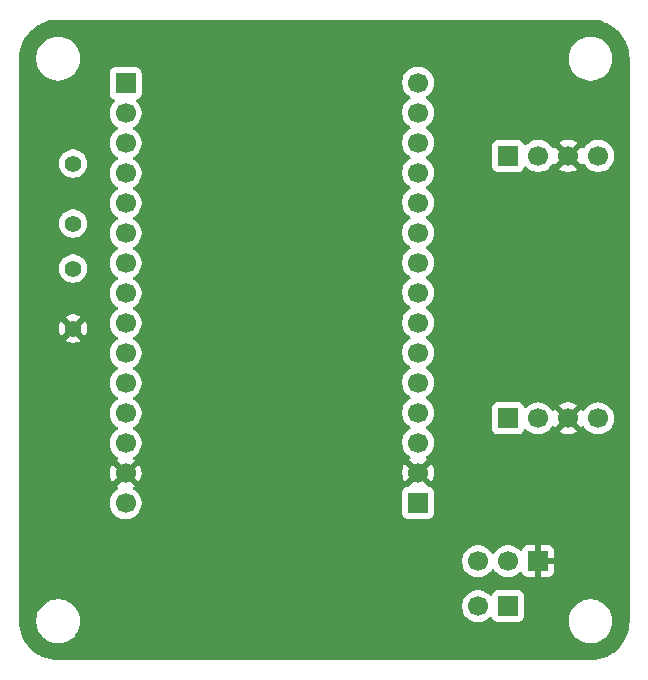
<source format=gbr>
%TF.GenerationSoftware,KiCad,Pcbnew,9.0.4*%
%TF.CreationDate,2025-08-21T19:51:14+03:00*%
%TF.ProjectId,homepost,686f6d65-706f-4737-942e-6b696361645f,rev?*%
%TF.SameCoordinates,Original*%
%TF.FileFunction,Copper,L2,Bot*%
%TF.FilePolarity,Positive*%
%FSLAX46Y46*%
G04 Gerber Fmt 4.6, Leading zero omitted, Abs format (unit mm)*
G04 Created by KiCad (PCBNEW 9.0.4) date 2025-08-21 19:51:14*
%MOMM*%
%LPD*%
G01*
G04 APERTURE LIST*
%TA.AperFunction,ComponentPad*%
%ADD10C,1.700000*%
%TD*%
%TA.AperFunction,ComponentPad*%
%ADD11R,1.700000X1.700000*%
%TD*%
%TA.AperFunction,ComponentPad*%
%ADD12C,1.400000*%
%TD*%
%TA.AperFunction,ViaPad*%
%ADD13C,0.600000*%
%TD*%
G04 APERTURE END LIST*
D10*
%TO.P,J4,15,Pin_15*%
%TO.N,unconnected-(J4-Pin_15-Pad15)*%
X125095000Y-85852000D03*
%TO.P,J4,14,Pin_14*%
%TO.N,/I2C_SCL*%
X125095000Y-88392000D03*
%TO.P,J4,13,Pin_13*%
%TO.N,unconnected-(J4-Pin_13-Pad13)*%
X125095000Y-90932000D03*
%TO.P,J4,12,Pin_12*%
%TO.N,unconnected-(J4-Pin_12-Pad12)*%
X125095000Y-93472000D03*
%TO.P,J4,11,Pin_11*%
%TO.N,/I2C_SDA*%
X125095000Y-96012000D03*
%TO.P,J4,10,Pin_10*%
%TO.N,unconnected-(J4-Pin_10-Pad10)*%
X125095000Y-98552000D03*
%TO.P,J4,9,Pin_9*%
%TO.N,unconnected-(J4-Pin_9-Pad9)*%
X125095000Y-101092000D03*
%TO.P,J4,8,Pin_8*%
%TO.N,unconnected-(J4-Pin_8-Pad8)*%
X125095000Y-103632000D03*
%TO.P,J4,7,Pin_7*%
%TO.N,unconnected-(J4-Pin_7-Pad7)*%
X125095000Y-106172000D03*
%TO.P,J4,6,Pin_6*%
%TO.N,unconnected-(J4-Pin_6-Pad6)*%
X125095000Y-108712000D03*
%TO.P,J4,5,Pin_5*%
%TO.N,/GEIGER_COUNTER_IN*%
X125095000Y-111252000D03*
%TO.P,J4,4,Pin_4*%
%TO.N,unconnected-(J4-Pin_4-Pad4)*%
X125095000Y-113792000D03*
%TO.P,J4,3,Pin_3*%
%TO.N,unconnected-(J4-Pin_3-Pad3)*%
X125095000Y-116332000D03*
%TO.P,J4,2,Pin_2*%
%TO.N,GND*%
X125095000Y-118872000D03*
D11*
%TO.P,J4,1,Pin_1*%
%TO.N,+3.3V*%
X125095000Y-121412000D03*
%TD*%
D10*
%TO.P,J3,15,Pin_15*%
%TO.N,VCC*%
X100330000Y-121460000D03*
%TO.P,J3,14,Pin_14*%
%TO.N,GND*%
X100330000Y-118920000D03*
%TO.P,J3,13,Pin_13*%
%TO.N,unconnected-(J3-Pin_13-Pad13)*%
X100330000Y-116380000D03*
%TO.P,J3,12,Pin_12*%
%TO.N,unconnected-(J3-Pin_12-Pad12)*%
X100330000Y-113840000D03*
%TO.P,J3,11,Pin_11*%
%TO.N,unconnected-(J3-Pin_11-Pad11)*%
X100330000Y-111300000D03*
%TO.P,J3,10,Pin_10*%
%TO.N,unconnected-(J3-Pin_10-Pad10)*%
X100330000Y-108760000D03*
%TO.P,J3,9,Pin_9*%
%TO.N,unconnected-(J3-Pin_9-Pad9)*%
X100330000Y-106220000D03*
%TO.P,J3,8,Pin_8*%
%TO.N,unconnected-(J3-Pin_8-Pad8)*%
X100330000Y-103680000D03*
%TO.P,J3,7,Pin_7*%
%TO.N,unconnected-(J3-Pin_7-Pad7)*%
X100330000Y-101140000D03*
%TO.P,J3,6,Pin_6*%
%TO.N,unconnected-(J3-Pin_6-Pad6)*%
X100330000Y-98600000D03*
%TO.P,J3,5,Pin_5*%
%TO.N,unconnected-(J3-Pin_5-Pad5)*%
X100330000Y-96060000D03*
%TO.P,J3,4,Pin_4*%
%TO.N,/PHOTORESISTOR_IN*%
X100330000Y-93520000D03*
%TO.P,J3,3,Pin_3*%
%TO.N,unconnected-(J3-Pin_3-Pad3)*%
X100330000Y-90980000D03*
%TO.P,J3,2,Pin_2*%
%TO.N,unconnected-(J3-Pin_2-Pad2)*%
X100330000Y-88440000D03*
D11*
%TO.P,J3,1,Pin_1*%
%TO.N,unconnected-(J3-Pin_1-Pad1)*%
X100330000Y-85900000D03*
%TD*%
D12*
%TO.P,R1,1*%
%TO.N,GND*%
X95885000Y-106680000D03*
%TO.P,R1,2*%
%TO.N,/PHOTORESISTOR_IN*%
X95885000Y-101600000D03*
%TD*%
D11*
%TO.P,JP1,1,A*%
%TO.N,+5V*%
X132715000Y-130175000D03*
D10*
%TO.P,JP1,2,B*%
%TO.N,VCC*%
X130175000Y-130175000D03*
%TD*%
D11*
%TO.P,J1,1,Pin_1*%
%TO.N,/I2C_SDA*%
X132715000Y-114275000D03*
D10*
%TO.P,J1,2,Pin_2*%
%TO.N,/I2C_SCL*%
X135255000Y-114275000D03*
%TO.P,J1,3,Pin_3*%
%TO.N,GND*%
X137795000Y-114275000D03*
%TO.P,J1,4,Pin_4*%
%TO.N,+3.3V*%
X140335000Y-114275000D03*
%TD*%
D12*
%TO.P,R2,1*%
%TO.N,/PHOTORESISTOR_IN*%
X95885000Y-97790000D03*
%TO.P,R2,2*%
%TO.N,+3.3V*%
X95885000Y-92710000D03*
%TD*%
D11*
%TO.P,J5,1,Pin_1*%
%TO.N,GND*%
X135255000Y-126365000D03*
D10*
%TO.P,J5,2,Pin_2*%
%TO.N,+5V*%
X132715000Y-126365000D03*
%TO.P,J5,3,Pin_3*%
%TO.N,/GEIGER_COUNTER_IN*%
X130175000Y-126365000D03*
%TD*%
D11*
%TO.P,J2,1,Pin_1*%
%TO.N,/I2C_SDA*%
X132725000Y-92050000D03*
D10*
%TO.P,J2,2,Pin_2*%
%TO.N,/I2C_SCL*%
X135265000Y-92050000D03*
%TO.P,J2,3,Pin_3*%
%TO.N,GND*%
X137805000Y-92050000D03*
%TO.P,J2,4,Pin_4*%
%TO.N,+3.3V*%
X140345000Y-92050000D03*
%TD*%
D13*
%TO.N,GND*%
X116205000Y-128270000D03*
X111125000Y-128270000D03*
X108585000Y-128270000D03*
X113665000Y-128270000D03*
%TD*%
%TA.AperFunction,Conductor*%
%TO.N,GND*%
G36*
X139703243Y-80510669D02*
G01*
X140039450Y-80528290D01*
X140052358Y-80529647D01*
X140381677Y-80581806D01*
X140394342Y-80584497D01*
X140716422Y-80670798D01*
X140728749Y-80674803D01*
X141040038Y-80794296D01*
X141051873Y-80799565D01*
X141348976Y-80950947D01*
X141360191Y-80957423D01*
X141639832Y-81139023D01*
X141650313Y-81146638D01*
X141909441Y-81356475D01*
X141919086Y-81365160D01*
X142154839Y-81600913D01*
X142163524Y-81610558D01*
X142373359Y-81869683D01*
X142380978Y-81880171D01*
X142562573Y-82159802D01*
X142569055Y-82171029D01*
X142698834Y-82425733D01*
X142720429Y-82468115D01*
X142725708Y-82479972D01*
X142845193Y-82791241D01*
X142849204Y-82803586D01*
X142935498Y-83125642D01*
X142938196Y-83138337D01*
X142990352Y-83467641D01*
X142991709Y-83480549D01*
X143009330Y-83816756D01*
X143009500Y-83823246D01*
X143009500Y-131441753D01*
X143009330Y-131448243D01*
X142991709Y-131784450D01*
X142990352Y-131797358D01*
X142938196Y-132126662D01*
X142935498Y-132139357D01*
X142849204Y-132461413D01*
X142845193Y-132473758D01*
X142725708Y-132785027D01*
X142720429Y-132796884D01*
X142569059Y-133093964D01*
X142562569Y-133105204D01*
X142380983Y-133384822D01*
X142373354Y-133395323D01*
X142163524Y-133654441D01*
X142154839Y-133664086D01*
X141919086Y-133899839D01*
X141909441Y-133908524D01*
X141650323Y-134118354D01*
X141639822Y-134125983D01*
X141360204Y-134307569D01*
X141348964Y-134314059D01*
X141051884Y-134465429D01*
X141040027Y-134470708D01*
X140728758Y-134590193D01*
X140716413Y-134594204D01*
X140394357Y-134680498D01*
X140381662Y-134683196D01*
X140052358Y-134735352D01*
X140039450Y-134736709D01*
X139703244Y-134754330D01*
X139696754Y-134754500D01*
X94618246Y-134754500D01*
X94611756Y-134754330D01*
X94275549Y-134736709D01*
X94262641Y-134735352D01*
X93933337Y-134683196D01*
X93920642Y-134680498D01*
X93598586Y-134594204D01*
X93586241Y-134590193D01*
X93274972Y-134470708D01*
X93263115Y-134465429D01*
X92966029Y-134314055D01*
X92954802Y-134307573D01*
X92675171Y-134125978D01*
X92664683Y-134118359D01*
X92405558Y-133908524D01*
X92395913Y-133899839D01*
X92160160Y-133664086D01*
X92151475Y-133654441D01*
X92062648Y-133544749D01*
X91941638Y-133395313D01*
X91934023Y-133384832D01*
X91752423Y-133105191D01*
X91745947Y-133093976D01*
X91594565Y-132796873D01*
X91589296Y-132785038D01*
X91469803Y-132473749D01*
X91465798Y-132461422D01*
X91379497Y-132139342D01*
X91376806Y-132126677D01*
X91324647Y-131797358D01*
X91323290Y-131784450D01*
X91305670Y-131448243D01*
X91305500Y-131441753D01*
X91305500Y-131323711D01*
X92764500Y-131323711D01*
X92764500Y-131566288D01*
X92796161Y-131806785D01*
X92858947Y-132041104D01*
X92899645Y-132139357D01*
X92951776Y-132265212D01*
X93073064Y-132475289D01*
X93073066Y-132475292D01*
X93073067Y-132475293D01*
X93220733Y-132667736D01*
X93220739Y-132667743D01*
X93392256Y-132839260D01*
X93392262Y-132839265D01*
X93584711Y-132986936D01*
X93794788Y-133108224D01*
X94018900Y-133201054D01*
X94253211Y-133263838D01*
X94433586Y-133287584D01*
X94493711Y-133295500D01*
X94493712Y-133295500D01*
X94736289Y-133295500D01*
X94784388Y-133289167D01*
X94976789Y-133263838D01*
X95211100Y-133201054D01*
X95435212Y-133108224D01*
X95645289Y-132986936D01*
X95837738Y-132839265D01*
X96009265Y-132667738D01*
X96156936Y-132475289D01*
X96278224Y-132265212D01*
X96371054Y-132041100D01*
X96433838Y-131806789D01*
X96465500Y-131566288D01*
X96465500Y-131323712D01*
X96433838Y-131083211D01*
X96371054Y-130848900D01*
X96278224Y-130624788D01*
X96156936Y-130414711D01*
X96009265Y-130222262D01*
X96009260Y-130222256D01*
X95855717Y-130068713D01*
X128824500Y-130068713D01*
X128824500Y-130281286D01*
X128857753Y-130491239D01*
X128923444Y-130693414D01*
X129019951Y-130882820D01*
X129144890Y-131054786D01*
X129295213Y-131205109D01*
X129467179Y-131330048D01*
X129467181Y-131330049D01*
X129467184Y-131330051D01*
X129656588Y-131426557D01*
X129858757Y-131492246D01*
X130068713Y-131525500D01*
X130068714Y-131525500D01*
X130281286Y-131525500D01*
X130281287Y-131525500D01*
X130491243Y-131492246D01*
X130693412Y-131426557D01*
X130882816Y-131330051D01*
X131054792Y-131205104D01*
X131168329Y-131091566D01*
X131229648Y-131058084D01*
X131299340Y-131063068D01*
X131355274Y-131104939D01*
X131372189Y-131135917D01*
X131421202Y-131267328D01*
X131421206Y-131267335D01*
X131507452Y-131382544D01*
X131507455Y-131382547D01*
X131622664Y-131468793D01*
X131622671Y-131468797D01*
X131757517Y-131519091D01*
X131757516Y-131519091D01*
X131764444Y-131519835D01*
X131817127Y-131525500D01*
X133612872Y-131525499D01*
X133672483Y-131519091D01*
X133807331Y-131468796D01*
X133922546Y-131382546D01*
X133966590Y-131323711D01*
X137849500Y-131323711D01*
X137849500Y-131566288D01*
X137881161Y-131806785D01*
X137943947Y-132041104D01*
X137984645Y-132139357D01*
X138036776Y-132265212D01*
X138158064Y-132475289D01*
X138158066Y-132475292D01*
X138158067Y-132475293D01*
X138305733Y-132667736D01*
X138305739Y-132667743D01*
X138477256Y-132839260D01*
X138477262Y-132839265D01*
X138669711Y-132986936D01*
X138879788Y-133108224D01*
X139103900Y-133201054D01*
X139338211Y-133263838D01*
X139518586Y-133287584D01*
X139578711Y-133295500D01*
X139578712Y-133295500D01*
X139821289Y-133295500D01*
X139869388Y-133289167D01*
X140061789Y-133263838D01*
X140296100Y-133201054D01*
X140520212Y-133108224D01*
X140730289Y-132986936D01*
X140922738Y-132839265D01*
X141094265Y-132667738D01*
X141241936Y-132475289D01*
X141363224Y-132265212D01*
X141456054Y-132041100D01*
X141518838Y-131806789D01*
X141550500Y-131566288D01*
X141550500Y-131323712D01*
X141518838Y-131083211D01*
X141456054Y-130848900D01*
X141363224Y-130624788D01*
X141241936Y-130414711D01*
X141094265Y-130222262D01*
X141094260Y-130222256D01*
X140922743Y-130050739D01*
X140922736Y-130050733D01*
X140730293Y-129903067D01*
X140730292Y-129903066D01*
X140730289Y-129903064D01*
X140520212Y-129781776D01*
X140520205Y-129781773D01*
X140296104Y-129688947D01*
X140061785Y-129626161D01*
X139821289Y-129594500D01*
X139821288Y-129594500D01*
X139578712Y-129594500D01*
X139578711Y-129594500D01*
X139338214Y-129626161D01*
X139103895Y-129688947D01*
X138879794Y-129781773D01*
X138879785Y-129781777D01*
X138669706Y-129903067D01*
X138477263Y-130050733D01*
X138477256Y-130050739D01*
X138305739Y-130222256D01*
X138305733Y-130222263D01*
X138158067Y-130414706D01*
X138036777Y-130624785D01*
X138036773Y-130624794D01*
X137943947Y-130848895D01*
X137881161Y-131083214D01*
X137849500Y-131323711D01*
X133966590Y-131323711D01*
X134008796Y-131267331D01*
X134059091Y-131132483D01*
X134065500Y-131072873D01*
X134065499Y-129277128D01*
X134059091Y-129217517D01*
X134057810Y-129214083D01*
X134008797Y-129082671D01*
X134008793Y-129082664D01*
X133922547Y-128967455D01*
X133922544Y-128967452D01*
X133807335Y-128881206D01*
X133807328Y-128881202D01*
X133672482Y-128830908D01*
X133672483Y-128830908D01*
X133612883Y-128824501D01*
X133612881Y-128824500D01*
X133612873Y-128824500D01*
X133612864Y-128824500D01*
X131817129Y-128824500D01*
X131817123Y-128824501D01*
X131757516Y-128830908D01*
X131622671Y-128881202D01*
X131622664Y-128881206D01*
X131507455Y-128967452D01*
X131507452Y-128967455D01*
X131421206Y-129082664D01*
X131421203Y-129082669D01*
X131372189Y-129214083D01*
X131330317Y-129270016D01*
X131264853Y-129294433D01*
X131196580Y-129279581D01*
X131168326Y-129258430D01*
X131054786Y-129144890D01*
X130882820Y-129019951D01*
X130693414Y-128923444D01*
X130693413Y-128923443D01*
X130693412Y-128923443D01*
X130491243Y-128857754D01*
X130491241Y-128857753D01*
X130491240Y-128857753D01*
X130329957Y-128832208D01*
X130281287Y-128824500D01*
X130068713Y-128824500D01*
X130020042Y-128832208D01*
X129858760Y-128857753D01*
X129656585Y-128923444D01*
X129467179Y-129019951D01*
X129295213Y-129144890D01*
X129144890Y-129295213D01*
X129019951Y-129467179D01*
X128923444Y-129656585D01*
X128857753Y-129858760D01*
X128824500Y-130068713D01*
X95855717Y-130068713D01*
X95837743Y-130050739D01*
X95837736Y-130050733D01*
X95645293Y-129903067D01*
X95645292Y-129903066D01*
X95645289Y-129903064D01*
X95435212Y-129781776D01*
X95435205Y-129781773D01*
X95211104Y-129688947D01*
X94976785Y-129626161D01*
X94736289Y-129594500D01*
X94736288Y-129594500D01*
X94493712Y-129594500D01*
X94493711Y-129594500D01*
X94253214Y-129626161D01*
X94018895Y-129688947D01*
X93794794Y-129781773D01*
X93794785Y-129781777D01*
X93584706Y-129903067D01*
X93392263Y-130050733D01*
X93392256Y-130050739D01*
X93220739Y-130222256D01*
X93220733Y-130222263D01*
X93073067Y-130414706D01*
X92951777Y-130624785D01*
X92951773Y-130624794D01*
X92858947Y-130848895D01*
X92796161Y-131083214D01*
X92764500Y-131323711D01*
X91305500Y-131323711D01*
X91305500Y-126258713D01*
X128824500Y-126258713D01*
X128824500Y-126471286D01*
X128857753Y-126681239D01*
X128923444Y-126883414D01*
X129019951Y-127072820D01*
X129144890Y-127244786D01*
X129295213Y-127395109D01*
X129467179Y-127520048D01*
X129467181Y-127520049D01*
X129467184Y-127520051D01*
X129656588Y-127616557D01*
X129858757Y-127682246D01*
X130068713Y-127715500D01*
X130068714Y-127715500D01*
X130281286Y-127715500D01*
X130281287Y-127715500D01*
X130491243Y-127682246D01*
X130693412Y-127616557D01*
X130882816Y-127520051D01*
X130969478Y-127457088D01*
X131054786Y-127395109D01*
X131054788Y-127395106D01*
X131054792Y-127395104D01*
X131205104Y-127244792D01*
X131205106Y-127244788D01*
X131205109Y-127244786D01*
X131330048Y-127072820D01*
X131330047Y-127072820D01*
X131330051Y-127072816D01*
X131334514Y-127064054D01*
X131382488Y-127013259D01*
X131450308Y-126996463D01*
X131516444Y-127018999D01*
X131555486Y-127064056D01*
X131559951Y-127072820D01*
X131684890Y-127244786D01*
X131835213Y-127395109D01*
X132007179Y-127520048D01*
X132007181Y-127520049D01*
X132007184Y-127520051D01*
X132196588Y-127616557D01*
X132398757Y-127682246D01*
X132608713Y-127715500D01*
X132608714Y-127715500D01*
X132821286Y-127715500D01*
X132821287Y-127715500D01*
X133031243Y-127682246D01*
X133233412Y-127616557D01*
X133422816Y-127520051D01*
X133509478Y-127457088D01*
X133594784Y-127395110D01*
X133594784Y-127395109D01*
X133594792Y-127395104D01*
X133708717Y-127281178D01*
X133770036Y-127247696D01*
X133839728Y-127252680D01*
X133895662Y-127294551D01*
X133912577Y-127325528D01*
X133961646Y-127457088D01*
X133961649Y-127457093D01*
X134047809Y-127572187D01*
X134047812Y-127572190D01*
X134162906Y-127658350D01*
X134162913Y-127658354D01*
X134297620Y-127708596D01*
X134297627Y-127708598D01*
X134357155Y-127714999D01*
X134357172Y-127715000D01*
X135005000Y-127715000D01*
X135005000Y-126798012D01*
X135062007Y-126830925D01*
X135189174Y-126865000D01*
X135320826Y-126865000D01*
X135447993Y-126830925D01*
X135505000Y-126798012D01*
X135505000Y-127715000D01*
X136152828Y-127715000D01*
X136152844Y-127714999D01*
X136212372Y-127708598D01*
X136212379Y-127708596D01*
X136347086Y-127658354D01*
X136347093Y-127658350D01*
X136462187Y-127572190D01*
X136462190Y-127572187D01*
X136548350Y-127457093D01*
X136548354Y-127457086D01*
X136598596Y-127322379D01*
X136598598Y-127322372D01*
X136604999Y-127262844D01*
X136605000Y-127262827D01*
X136605000Y-126615000D01*
X135688012Y-126615000D01*
X135720925Y-126557993D01*
X135755000Y-126430826D01*
X135755000Y-126299174D01*
X135720925Y-126172007D01*
X135688012Y-126115000D01*
X136605000Y-126115000D01*
X136605000Y-125467172D01*
X136604999Y-125467155D01*
X136598598Y-125407627D01*
X136598596Y-125407620D01*
X136548354Y-125272913D01*
X136548350Y-125272906D01*
X136462190Y-125157812D01*
X136462187Y-125157809D01*
X136347093Y-125071649D01*
X136347086Y-125071645D01*
X136212379Y-125021403D01*
X136212372Y-125021401D01*
X136152844Y-125015000D01*
X135505000Y-125015000D01*
X135505000Y-125931988D01*
X135447993Y-125899075D01*
X135320826Y-125865000D01*
X135189174Y-125865000D01*
X135062007Y-125899075D01*
X135005000Y-125931988D01*
X135005000Y-125015000D01*
X134357155Y-125015000D01*
X134297627Y-125021401D01*
X134297620Y-125021403D01*
X134162913Y-125071645D01*
X134162906Y-125071649D01*
X134047812Y-125157809D01*
X134047809Y-125157812D01*
X133961649Y-125272906D01*
X133961646Y-125272912D01*
X133912577Y-125404471D01*
X133870705Y-125460404D01*
X133805241Y-125484821D01*
X133736968Y-125469969D01*
X133708714Y-125448818D01*
X133594786Y-125334890D01*
X133422820Y-125209951D01*
X133233414Y-125113444D01*
X133233413Y-125113443D01*
X133233412Y-125113443D01*
X133031243Y-125047754D01*
X133031241Y-125047753D01*
X133031240Y-125047753D01*
X132869957Y-125022208D01*
X132821287Y-125014500D01*
X132608713Y-125014500D01*
X132560042Y-125022208D01*
X132398760Y-125047753D01*
X132196585Y-125113444D01*
X132007179Y-125209951D01*
X131835213Y-125334890D01*
X131684890Y-125485213D01*
X131559949Y-125657182D01*
X131555484Y-125665946D01*
X131507509Y-125716742D01*
X131439688Y-125733536D01*
X131373553Y-125710998D01*
X131334516Y-125665946D01*
X131330050Y-125657182D01*
X131205109Y-125485213D01*
X131054786Y-125334890D01*
X130882820Y-125209951D01*
X130693414Y-125113444D01*
X130693413Y-125113443D01*
X130693412Y-125113443D01*
X130491243Y-125047754D01*
X130491241Y-125047753D01*
X130491240Y-125047753D01*
X130329957Y-125022208D01*
X130281287Y-125014500D01*
X130068713Y-125014500D01*
X130020042Y-125022208D01*
X129858760Y-125047753D01*
X129656585Y-125113444D01*
X129467179Y-125209951D01*
X129295213Y-125334890D01*
X129144890Y-125485213D01*
X129019951Y-125657179D01*
X128923444Y-125846585D01*
X128857753Y-126048760D01*
X128824500Y-126258713D01*
X91305500Y-126258713D01*
X91305500Y-107687882D01*
X95230669Y-107687882D01*
X95230670Y-107687883D01*
X95256059Y-107706329D01*
X95424362Y-107792085D01*
X95603997Y-107850451D01*
X95790553Y-107880000D01*
X95979447Y-107880000D01*
X96166002Y-107850451D01*
X96345637Y-107792085D01*
X96513937Y-107706331D01*
X96539328Y-107687883D01*
X96539328Y-107687882D01*
X95885001Y-107033554D01*
X95885000Y-107033554D01*
X95230669Y-107687882D01*
X91305500Y-107687882D01*
X91305500Y-106585552D01*
X94685000Y-106585552D01*
X94685000Y-106774447D01*
X94714548Y-106961002D01*
X94772914Y-107140637D01*
X94858666Y-107308933D01*
X94877116Y-107334328D01*
X95531446Y-106680000D01*
X95531446Y-106679999D01*
X95485369Y-106633922D01*
X95535000Y-106633922D01*
X95535000Y-106726078D01*
X95558852Y-106815095D01*
X95604930Y-106894905D01*
X95670095Y-106960070D01*
X95749905Y-107006148D01*
X95838922Y-107030000D01*
X95931078Y-107030000D01*
X96020095Y-107006148D01*
X96099905Y-106960070D01*
X96165070Y-106894905D01*
X96211148Y-106815095D01*
X96235000Y-106726078D01*
X96235000Y-106679999D01*
X96238554Y-106679999D01*
X96238554Y-106680000D01*
X96892882Y-107334328D01*
X96892883Y-107334328D01*
X96911331Y-107308937D01*
X96997085Y-107140637D01*
X97055451Y-106961002D01*
X97085000Y-106774447D01*
X97085000Y-106585552D01*
X97055451Y-106398997D01*
X96997085Y-106219362D01*
X96911329Y-106051059D01*
X96892883Y-106025670D01*
X96892882Y-106025669D01*
X96238554Y-106679999D01*
X96235000Y-106679999D01*
X96235000Y-106633922D01*
X96211148Y-106544905D01*
X96165070Y-106465095D01*
X96099905Y-106399930D01*
X96020095Y-106353852D01*
X95931078Y-106330000D01*
X95838922Y-106330000D01*
X95749905Y-106353852D01*
X95670095Y-106399930D01*
X95604930Y-106465095D01*
X95558852Y-106544905D01*
X95535000Y-106633922D01*
X95485369Y-106633922D01*
X94877116Y-106025669D01*
X94877116Y-106025670D01*
X94858669Y-106051060D01*
X94772914Y-106219362D01*
X94714548Y-106398997D01*
X94685000Y-106585552D01*
X91305500Y-106585552D01*
X91305500Y-105672116D01*
X95230669Y-105672116D01*
X95885000Y-106326446D01*
X95885001Y-106326446D01*
X96539328Y-105672116D01*
X96513933Y-105653666D01*
X96345637Y-105567914D01*
X96166002Y-105509548D01*
X95979447Y-105480000D01*
X95790553Y-105480000D01*
X95603997Y-105509548D01*
X95424362Y-105567914D01*
X95256060Y-105653669D01*
X95230670Y-105672116D01*
X95230669Y-105672116D01*
X91305500Y-105672116D01*
X91305500Y-101505513D01*
X94684500Y-101505513D01*
X94684500Y-101694486D01*
X94714059Y-101881118D01*
X94772454Y-102060836D01*
X94828132Y-102170109D01*
X94858240Y-102229199D01*
X94969310Y-102382073D01*
X95102927Y-102515690D01*
X95255801Y-102626760D01*
X95335347Y-102667290D01*
X95424163Y-102712545D01*
X95424165Y-102712545D01*
X95424168Y-102712547D01*
X95520497Y-102743846D01*
X95603881Y-102770940D01*
X95790514Y-102800500D01*
X95790519Y-102800500D01*
X95979486Y-102800500D01*
X96166118Y-102770940D01*
X96223753Y-102752213D01*
X96345832Y-102712547D01*
X96514199Y-102626760D01*
X96667073Y-102515690D01*
X96800690Y-102382073D01*
X96911760Y-102229199D01*
X96997547Y-102060832D01*
X97055940Y-101881118D01*
X97061214Y-101847820D01*
X97085500Y-101694486D01*
X97085500Y-101505513D01*
X97055940Y-101318881D01*
X96997545Y-101139163D01*
X96911759Y-100970800D01*
X96800690Y-100817927D01*
X96667073Y-100684310D01*
X96514199Y-100573240D01*
X96345836Y-100487454D01*
X96166118Y-100429059D01*
X95979486Y-100399500D01*
X95979481Y-100399500D01*
X95790519Y-100399500D01*
X95790514Y-100399500D01*
X95603881Y-100429059D01*
X95424163Y-100487454D01*
X95255800Y-100573240D01*
X95189260Y-100621585D01*
X95102927Y-100684310D01*
X95102925Y-100684312D01*
X95102924Y-100684312D01*
X94969312Y-100817924D01*
X94969312Y-100817925D01*
X94969310Y-100817927D01*
X94921610Y-100883579D01*
X94858240Y-100970800D01*
X94772454Y-101139163D01*
X94714059Y-101318881D01*
X94684500Y-101505513D01*
X91305500Y-101505513D01*
X91305500Y-97695513D01*
X94684500Y-97695513D01*
X94684500Y-97884486D01*
X94714059Y-98071118D01*
X94772454Y-98250836D01*
X94858240Y-98419199D01*
X94969310Y-98572073D01*
X95102927Y-98705690D01*
X95255801Y-98816760D01*
X95335347Y-98857290D01*
X95424163Y-98902545D01*
X95424165Y-98902545D01*
X95424168Y-98902547D01*
X95466320Y-98916243D01*
X95603881Y-98960940D01*
X95790514Y-98990500D01*
X95790519Y-98990500D01*
X95979486Y-98990500D01*
X96166118Y-98960940D01*
X96345832Y-98902547D01*
X96514199Y-98816760D01*
X96667073Y-98705690D01*
X96800690Y-98572073D01*
X96911760Y-98419199D01*
X96997547Y-98250832D01*
X97055940Y-98071118D01*
X97061885Y-98033585D01*
X97085500Y-97884486D01*
X97085500Y-97695513D01*
X97055940Y-97508881D01*
X97019571Y-97396951D01*
X96997547Y-97329168D01*
X96997545Y-97329165D01*
X96997545Y-97329163D01*
X96937111Y-97210556D01*
X96911760Y-97160801D01*
X96800690Y-97007927D01*
X96667073Y-96874310D01*
X96514199Y-96763240D01*
X96345836Y-96677454D01*
X96166118Y-96619059D01*
X95979486Y-96589500D01*
X95979481Y-96589500D01*
X95790519Y-96589500D01*
X95790514Y-96589500D01*
X95603881Y-96619059D01*
X95424163Y-96677454D01*
X95255800Y-96763240D01*
X95168579Y-96826610D01*
X95102927Y-96874310D01*
X95102925Y-96874312D01*
X95102924Y-96874312D01*
X94969312Y-97007924D01*
X94969312Y-97007925D01*
X94969310Y-97007927D01*
X94944479Y-97042104D01*
X94858240Y-97160800D01*
X94772454Y-97329163D01*
X94714059Y-97508881D01*
X94684500Y-97695513D01*
X91305500Y-97695513D01*
X91305500Y-92615513D01*
X94684500Y-92615513D01*
X94684500Y-92804486D01*
X94714059Y-92991118D01*
X94772454Y-93170836D01*
X94858240Y-93339199D01*
X94969310Y-93492073D01*
X95102927Y-93625690D01*
X95255801Y-93736760D01*
X95335347Y-93777290D01*
X95424163Y-93822545D01*
X95424165Y-93822545D01*
X95424168Y-93822547D01*
X95466320Y-93836243D01*
X95603881Y-93880940D01*
X95790514Y-93910500D01*
X95790519Y-93910500D01*
X95979486Y-93910500D01*
X96166118Y-93880940D01*
X96345832Y-93822547D01*
X96514199Y-93736760D01*
X96667073Y-93625690D01*
X96800690Y-93492073D01*
X96911760Y-93339199D01*
X96997547Y-93170832D01*
X97055940Y-92991118D01*
X97062789Y-92947873D01*
X97085500Y-92804486D01*
X97085500Y-92615513D01*
X97055940Y-92428881D01*
X97019571Y-92316951D01*
X96997547Y-92249168D01*
X96997545Y-92249165D01*
X96997545Y-92249163D01*
X96929606Y-92115826D01*
X96911760Y-92080801D01*
X96800690Y-91927927D01*
X96667073Y-91794310D01*
X96514199Y-91683240D01*
X96345836Y-91597454D01*
X96166118Y-91539059D01*
X95979486Y-91509500D01*
X95979481Y-91509500D01*
X95790519Y-91509500D01*
X95790514Y-91509500D01*
X95603881Y-91539059D01*
X95424163Y-91597454D01*
X95255800Y-91683240D01*
X95173558Y-91742993D01*
X95102927Y-91794310D01*
X95102925Y-91794312D01*
X95102924Y-91794312D01*
X94969312Y-91927924D01*
X94969312Y-91927925D01*
X94969310Y-91927927D01*
X94957841Y-91943713D01*
X94858240Y-92080800D01*
X94772454Y-92249163D01*
X94714059Y-92428881D01*
X94684500Y-92615513D01*
X91305500Y-92615513D01*
X91305500Y-83823246D01*
X91305670Y-83816757D01*
X91308953Y-83754108D01*
X91311856Y-83698711D01*
X92764500Y-83698711D01*
X92764500Y-83941288D01*
X92796161Y-84181785D01*
X92858947Y-84416104D01*
X92937689Y-84606204D01*
X92951776Y-84640212D01*
X93073064Y-84850289D01*
X93073066Y-84850292D01*
X93073067Y-84850293D01*
X93220733Y-85042736D01*
X93220739Y-85042743D01*
X93392256Y-85214260D01*
X93392262Y-85214265D01*
X93584711Y-85361936D01*
X93794788Y-85483224D01*
X94018900Y-85576054D01*
X94253211Y-85638838D01*
X94433586Y-85662584D01*
X94493711Y-85670500D01*
X94493712Y-85670500D01*
X94736289Y-85670500D01*
X94784388Y-85664167D01*
X94976789Y-85638838D01*
X95211100Y-85576054D01*
X95435212Y-85483224D01*
X95645289Y-85361936D01*
X95837738Y-85214265D01*
X96009265Y-85042738D01*
X96040421Y-85002135D01*
X98979500Y-85002135D01*
X98979500Y-86797870D01*
X98979501Y-86797876D01*
X98985908Y-86857483D01*
X99036202Y-86992328D01*
X99036206Y-86992335D01*
X99122452Y-87107544D01*
X99122455Y-87107547D01*
X99237664Y-87193793D01*
X99237671Y-87193797D01*
X99369082Y-87242810D01*
X99425016Y-87284681D01*
X99449433Y-87350145D01*
X99434582Y-87418418D01*
X99413431Y-87446673D01*
X99299889Y-87560215D01*
X99174951Y-87732179D01*
X99078444Y-87921585D01*
X99012753Y-88123760D01*
X98979500Y-88333713D01*
X98979500Y-88546287D01*
X99012754Y-88756243D01*
X99062847Y-88910414D01*
X99078444Y-88958414D01*
X99174951Y-89147820D01*
X99299890Y-89319786D01*
X99450213Y-89470109D01*
X99622182Y-89595050D01*
X99630946Y-89599516D01*
X99681742Y-89647491D01*
X99698536Y-89715312D01*
X99675998Y-89781447D01*
X99630946Y-89820484D01*
X99622182Y-89824949D01*
X99450213Y-89949890D01*
X99299890Y-90100213D01*
X99174951Y-90272179D01*
X99078444Y-90461585D01*
X99012753Y-90663760D01*
X98984451Y-90842452D01*
X98979500Y-90873713D01*
X98979500Y-91086287D01*
X99012754Y-91296243D01*
X99062847Y-91450414D01*
X99078444Y-91498414D01*
X99174951Y-91687820D01*
X99299890Y-91859786D01*
X99450213Y-92010109D01*
X99622182Y-92135050D01*
X99630946Y-92139516D01*
X99681742Y-92187491D01*
X99698536Y-92255312D01*
X99675998Y-92321447D01*
X99630946Y-92360484D01*
X99622182Y-92364949D01*
X99450213Y-92489890D01*
X99299890Y-92640213D01*
X99174951Y-92812179D01*
X99078444Y-93001585D01*
X99012753Y-93203760D01*
X98979500Y-93413713D01*
X98979500Y-93626286D01*
X99010584Y-93822547D01*
X99012754Y-93836243D01*
X99062847Y-93990414D01*
X99078444Y-94038414D01*
X99174951Y-94227820D01*
X99299890Y-94399786D01*
X99450213Y-94550109D01*
X99622182Y-94675050D01*
X99630946Y-94679516D01*
X99681742Y-94727491D01*
X99698536Y-94795312D01*
X99675998Y-94861447D01*
X99630946Y-94900484D01*
X99622182Y-94904949D01*
X99450213Y-95029890D01*
X99299890Y-95180213D01*
X99174951Y-95352179D01*
X99078444Y-95541585D01*
X99012753Y-95743760D01*
X98979500Y-95953713D01*
X98979500Y-96166287D01*
X99012754Y-96376243D01*
X99062847Y-96530414D01*
X99078444Y-96578414D01*
X99174951Y-96767820D01*
X99299890Y-96939786D01*
X99450213Y-97090109D01*
X99622182Y-97215050D01*
X99630946Y-97219516D01*
X99681742Y-97267491D01*
X99698536Y-97335312D01*
X99675998Y-97401447D01*
X99630946Y-97440484D01*
X99622182Y-97444949D01*
X99450213Y-97569890D01*
X99299890Y-97720213D01*
X99174951Y-97892179D01*
X99078444Y-98081585D01*
X99012753Y-98283760D01*
X98979500Y-98493713D01*
X98979500Y-98706286D01*
X99010584Y-98902547D01*
X99012754Y-98916243D01*
X99062847Y-99070414D01*
X99078444Y-99118414D01*
X99174951Y-99307820D01*
X99299890Y-99479786D01*
X99450213Y-99630109D01*
X99622182Y-99755050D01*
X99630946Y-99759516D01*
X99681742Y-99807491D01*
X99698536Y-99875312D01*
X99675998Y-99941447D01*
X99630946Y-99980484D01*
X99622182Y-99984949D01*
X99450213Y-100109890D01*
X99299890Y-100260213D01*
X99174951Y-100432179D01*
X99078444Y-100621585D01*
X99012753Y-100823760D01*
X98979500Y-101033713D01*
X98979500Y-101246287D01*
X99012754Y-101456243D01*
X99062847Y-101610414D01*
X99078444Y-101658414D01*
X99174951Y-101847820D01*
X99299890Y-102019786D01*
X99450213Y-102170109D01*
X99622182Y-102295050D01*
X99630946Y-102299516D01*
X99681742Y-102347491D01*
X99698536Y-102415312D01*
X99675998Y-102481447D01*
X99630946Y-102520484D01*
X99622182Y-102524949D01*
X99450213Y-102649890D01*
X99299890Y-102800213D01*
X99174951Y-102972179D01*
X99078444Y-103161585D01*
X99012753Y-103363760D01*
X98979500Y-103573713D01*
X98979500Y-103786287D01*
X99012754Y-103996243D01*
X99062847Y-104150414D01*
X99078444Y-104198414D01*
X99174951Y-104387820D01*
X99299890Y-104559786D01*
X99450213Y-104710109D01*
X99622182Y-104835050D01*
X99630946Y-104839516D01*
X99681742Y-104887491D01*
X99698536Y-104955312D01*
X99675998Y-105021447D01*
X99630946Y-105060484D01*
X99622182Y-105064949D01*
X99450213Y-105189890D01*
X99299890Y-105340213D01*
X99174951Y-105512179D01*
X99078444Y-105701585D01*
X99012753Y-105903760D01*
X98979500Y-106113713D01*
X98979500Y-106326287D01*
X99012754Y-106536243D01*
X99074435Y-106726078D01*
X99078444Y-106738414D01*
X99174951Y-106927820D01*
X99299890Y-107099786D01*
X99450213Y-107250109D01*
X99622182Y-107375050D01*
X99630946Y-107379516D01*
X99681742Y-107427491D01*
X99698536Y-107495312D01*
X99675998Y-107561447D01*
X99630946Y-107600484D01*
X99622182Y-107604949D01*
X99450213Y-107729890D01*
X99299890Y-107880213D01*
X99174951Y-108052179D01*
X99078444Y-108241585D01*
X99012753Y-108443760D01*
X98979500Y-108653713D01*
X98979500Y-108866287D01*
X99012754Y-109076243D01*
X99062847Y-109230414D01*
X99078444Y-109278414D01*
X99174951Y-109467820D01*
X99299890Y-109639786D01*
X99450213Y-109790109D01*
X99622182Y-109915050D01*
X99630946Y-109919516D01*
X99681742Y-109967491D01*
X99698536Y-110035312D01*
X99675998Y-110101447D01*
X99630946Y-110140484D01*
X99622182Y-110144949D01*
X99450213Y-110269890D01*
X99299890Y-110420213D01*
X99174951Y-110592179D01*
X99078444Y-110781585D01*
X99012753Y-110983760D01*
X98979500Y-111193713D01*
X98979500Y-111406287D01*
X99012754Y-111616243D01*
X99062847Y-111770414D01*
X99078444Y-111818414D01*
X99174951Y-112007820D01*
X99299890Y-112179786D01*
X99450213Y-112330109D01*
X99622182Y-112455050D01*
X99630946Y-112459516D01*
X99681742Y-112507491D01*
X99698536Y-112575312D01*
X99675998Y-112641447D01*
X99630946Y-112680484D01*
X99622182Y-112684949D01*
X99450213Y-112809890D01*
X99299890Y-112960213D01*
X99174951Y-113132179D01*
X99078444Y-113321585D01*
X99012753Y-113523760D01*
X98979500Y-113733713D01*
X98979500Y-113946287D01*
X99012754Y-114156243D01*
X99062847Y-114310414D01*
X99078444Y-114358414D01*
X99174951Y-114547820D01*
X99299890Y-114719786D01*
X99450213Y-114870109D01*
X99622182Y-114995050D01*
X99630946Y-114999516D01*
X99681742Y-115047491D01*
X99698536Y-115115312D01*
X99675998Y-115181447D01*
X99630946Y-115220484D01*
X99622182Y-115224949D01*
X99450213Y-115349890D01*
X99299890Y-115500213D01*
X99174951Y-115672179D01*
X99078444Y-115861585D01*
X99012753Y-116063760D01*
X98979500Y-116273713D01*
X98979500Y-116486287D01*
X99012754Y-116696243D01*
X99062847Y-116850414D01*
X99078444Y-116898414D01*
X99174951Y-117087820D01*
X99299890Y-117259786D01*
X99450213Y-117410109D01*
X99622179Y-117535048D01*
X99622181Y-117535049D01*
X99622184Y-117535051D01*
X99631493Y-117539794D01*
X99682290Y-117587766D01*
X99699087Y-117655587D01*
X99676552Y-117721722D01*
X99631505Y-117760760D01*
X99622446Y-117765376D01*
X99622440Y-117765380D01*
X99568282Y-117804727D01*
X99568282Y-117804728D01*
X100200591Y-118437037D01*
X100137007Y-118454075D01*
X100022993Y-118519901D01*
X99929901Y-118612993D01*
X99864075Y-118727007D01*
X99847037Y-118790591D01*
X99214728Y-118158282D01*
X99214727Y-118158282D01*
X99175380Y-118212439D01*
X99078904Y-118401782D01*
X99013242Y-118603869D01*
X99013242Y-118603872D01*
X98980000Y-118813753D01*
X98980000Y-119026246D01*
X99013242Y-119236127D01*
X99013242Y-119236130D01*
X99078904Y-119438217D01*
X99175375Y-119627550D01*
X99214728Y-119681716D01*
X99847037Y-119049408D01*
X99864075Y-119112993D01*
X99929901Y-119227007D01*
X100022993Y-119320099D01*
X100137007Y-119385925D01*
X100200590Y-119402962D01*
X99568282Y-120035269D01*
X99568282Y-120035270D01*
X99622452Y-120074626D01*
X99622451Y-120074626D01*
X99631495Y-120079234D01*
X99682292Y-120127208D01*
X99699087Y-120195029D01*
X99676550Y-120261164D01*
X99631499Y-120300202D01*
X99622182Y-120304949D01*
X99450213Y-120429890D01*
X99299890Y-120580213D01*
X99174951Y-120752179D01*
X99078444Y-120941585D01*
X99012753Y-121143760D01*
X98979500Y-121353713D01*
X98979500Y-121566286D01*
X99012753Y-121776239D01*
X99078444Y-121978414D01*
X99174951Y-122167820D01*
X99299890Y-122339786D01*
X99450213Y-122490109D01*
X99622179Y-122615048D01*
X99622181Y-122615049D01*
X99622184Y-122615051D01*
X99811588Y-122711557D01*
X100013757Y-122777246D01*
X100223713Y-122810500D01*
X100223714Y-122810500D01*
X100436286Y-122810500D01*
X100436287Y-122810500D01*
X100646243Y-122777246D01*
X100848412Y-122711557D01*
X101037816Y-122615051D01*
X101190205Y-122504335D01*
X101209786Y-122490109D01*
X101209788Y-122490106D01*
X101209792Y-122490104D01*
X101360104Y-122339792D01*
X101360106Y-122339788D01*
X101360109Y-122339786D01*
X101485048Y-122167820D01*
X101485047Y-122167820D01*
X101485051Y-122167816D01*
X101581557Y-121978412D01*
X101647246Y-121776243D01*
X101680500Y-121566287D01*
X101680500Y-121353713D01*
X101647246Y-121143757D01*
X101581557Y-120941588D01*
X101485051Y-120752184D01*
X101362635Y-120583691D01*
X101362633Y-120583688D01*
X101360111Y-120580216D01*
X101360105Y-120580209D01*
X101209786Y-120429890D01*
X101037817Y-120304949D01*
X101028504Y-120300204D01*
X100977707Y-120252230D01*
X100960912Y-120184409D01*
X100983449Y-120118274D01*
X101028507Y-120079232D01*
X101037555Y-120074622D01*
X101091716Y-120035270D01*
X101091717Y-120035270D01*
X100459408Y-119402962D01*
X100522993Y-119385925D01*
X100637007Y-119320099D01*
X100730099Y-119227007D01*
X100795925Y-119112993D01*
X100812962Y-119049409D01*
X101445270Y-119681717D01*
X101445270Y-119681716D01*
X101484622Y-119627554D01*
X101581095Y-119438217D01*
X101646757Y-119236130D01*
X101646757Y-119236127D01*
X101680000Y-119026246D01*
X101680000Y-118813753D01*
X101674698Y-118780279D01*
X101646757Y-118603872D01*
X101646757Y-118603869D01*
X101581095Y-118401782D01*
X101484624Y-118212449D01*
X101445270Y-118158282D01*
X101445269Y-118158282D01*
X100812962Y-118790590D01*
X100795925Y-118727007D01*
X100730099Y-118612993D01*
X100637007Y-118519901D01*
X100522993Y-118454075D01*
X100459409Y-118437037D01*
X101091716Y-117804728D01*
X101037547Y-117765373D01*
X101037547Y-117765372D01*
X101028500Y-117760763D01*
X100977706Y-117712788D01*
X100960912Y-117644966D01*
X100983451Y-117578832D01*
X101028508Y-117539793D01*
X101037816Y-117535051D01*
X101117007Y-117477515D01*
X101209786Y-117410109D01*
X101209788Y-117410106D01*
X101209792Y-117410104D01*
X101360104Y-117259792D01*
X101360106Y-117259788D01*
X101360109Y-117259786D01*
X101485048Y-117087820D01*
X101485047Y-117087820D01*
X101485051Y-117087816D01*
X101581557Y-116898412D01*
X101647246Y-116696243D01*
X101680500Y-116486287D01*
X101680500Y-116273713D01*
X101647246Y-116063757D01*
X101581557Y-115861588D01*
X101485051Y-115672184D01*
X101485049Y-115672181D01*
X101485048Y-115672179D01*
X101360109Y-115500213D01*
X101209786Y-115349890D01*
X101037820Y-115224951D01*
X101037115Y-115224591D01*
X101029054Y-115220485D01*
X100978259Y-115172512D01*
X100961463Y-115104692D01*
X100983999Y-115038556D01*
X101029054Y-114999515D01*
X101037816Y-114995051D01*
X101103887Y-114947048D01*
X101209786Y-114870109D01*
X101209788Y-114870106D01*
X101209792Y-114870104D01*
X101360104Y-114719792D01*
X101360106Y-114719788D01*
X101360109Y-114719786D01*
X101485048Y-114547820D01*
X101485047Y-114547820D01*
X101485051Y-114547816D01*
X101581557Y-114358412D01*
X101647246Y-114156243D01*
X101680500Y-113946287D01*
X101680500Y-113733713D01*
X101647246Y-113523757D01*
X101581557Y-113321588D01*
X101485051Y-113132184D01*
X101485049Y-113132181D01*
X101485048Y-113132179D01*
X101360109Y-112960213D01*
X101209786Y-112809890D01*
X101037820Y-112684951D01*
X101037115Y-112684591D01*
X101029054Y-112680485D01*
X100978259Y-112632512D01*
X100961463Y-112564692D01*
X100983999Y-112498556D01*
X101029054Y-112459515D01*
X101037816Y-112455051D01*
X101103887Y-112407048D01*
X101209786Y-112330109D01*
X101209788Y-112330106D01*
X101209792Y-112330104D01*
X101360104Y-112179792D01*
X101360106Y-112179788D01*
X101360109Y-112179786D01*
X101485048Y-112007820D01*
X101485047Y-112007820D01*
X101485051Y-112007816D01*
X101581557Y-111818412D01*
X101647246Y-111616243D01*
X101680500Y-111406287D01*
X101680500Y-111193713D01*
X101647246Y-110983757D01*
X101581557Y-110781588D01*
X101485051Y-110592184D01*
X101485049Y-110592181D01*
X101485048Y-110592179D01*
X101360109Y-110420213D01*
X101209786Y-110269890D01*
X101037820Y-110144951D01*
X101037115Y-110144591D01*
X101029054Y-110140485D01*
X100978259Y-110092512D01*
X100961463Y-110024692D01*
X100983999Y-109958556D01*
X101029054Y-109919515D01*
X101037816Y-109915051D01*
X101103887Y-109867048D01*
X101209786Y-109790109D01*
X101209788Y-109790106D01*
X101209792Y-109790104D01*
X101360104Y-109639792D01*
X101360106Y-109639788D01*
X101360109Y-109639786D01*
X101485048Y-109467820D01*
X101485047Y-109467820D01*
X101485051Y-109467816D01*
X101581557Y-109278412D01*
X101647246Y-109076243D01*
X101680500Y-108866287D01*
X101680500Y-108653713D01*
X101647246Y-108443757D01*
X101581557Y-108241588D01*
X101485051Y-108052184D01*
X101485049Y-108052181D01*
X101485048Y-108052179D01*
X101360109Y-107880213D01*
X101209786Y-107729890D01*
X101037820Y-107604951D01*
X101037115Y-107604591D01*
X101029054Y-107600485D01*
X100978259Y-107552512D01*
X100961463Y-107484692D01*
X100983999Y-107418556D01*
X101029054Y-107379515D01*
X101037816Y-107375051D01*
X101128815Y-107308937D01*
X101209786Y-107250109D01*
X101209788Y-107250106D01*
X101209792Y-107250104D01*
X101360104Y-107099792D01*
X101360106Y-107099788D01*
X101360109Y-107099786D01*
X101485048Y-106927820D01*
X101485047Y-106927820D01*
X101485051Y-106927816D01*
X101581557Y-106738412D01*
X101647246Y-106536243D01*
X101680500Y-106326287D01*
X101680500Y-106113713D01*
X101647246Y-105903757D01*
X101581557Y-105701588D01*
X101485051Y-105512184D01*
X101485049Y-105512181D01*
X101485048Y-105512179D01*
X101360109Y-105340213D01*
X101209786Y-105189890D01*
X101037820Y-105064951D01*
X101037115Y-105064591D01*
X101029054Y-105060485D01*
X100978259Y-105012512D01*
X100961463Y-104944692D01*
X100983999Y-104878556D01*
X101029054Y-104839515D01*
X101037816Y-104835051D01*
X101103887Y-104787048D01*
X101209786Y-104710109D01*
X101209788Y-104710106D01*
X101209792Y-104710104D01*
X101360104Y-104559792D01*
X101360106Y-104559788D01*
X101360109Y-104559786D01*
X101485048Y-104387820D01*
X101485047Y-104387820D01*
X101485051Y-104387816D01*
X101581557Y-104198412D01*
X101647246Y-103996243D01*
X101680500Y-103786287D01*
X101680500Y-103573713D01*
X101647246Y-103363757D01*
X101581557Y-103161588D01*
X101485051Y-102972184D01*
X101485049Y-102972181D01*
X101485048Y-102972179D01*
X101360109Y-102800213D01*
X101209786Y-102649890D01*
X101037820Y-102524951D01*
X101037115Y-102524591D01*
X101029054Y-102520485D01*
X100978259Y-102472512D01*
X100961463Y-102404692D01*
X100983999Y-102338556D01*
X101029054Y-102299515D01*
X101037816Y-102295051D01*
X101103887Y-102247048D01*
X101209786Y-102170109D01*
X101209788Y-102170106D01*
X101209792Y-102170104D01*
X101360104Y-102019792D01*
X101360106Y-102019788D01*
X101360109Y-102019786D01*
X101485048Y-101847820D01*
X101485047Y-101847820D01*
X101485051Y-101847816D01*
X101581557Y-101658412D01*
X101647246Y-101456243D01*
X101680500Y-101246287D01*
X101680500Y-101033713D01*
X101647246Y-100823757D01*
X101581557Y-100621588D01*
X101485051Y-100432184D01*
X101485049Y-100432181D01*
X101485048Y-100432179D01*
X101360109Y-100260213D01*
X101209786Y-100109890D01*
X101037820Y-99984951D01*
X101037115Y-99984591D01*
X101029054Y-99980485D01*
X100978259Y-99932512D01*
X100961463Y-99864692D01*
X100983999Y-99798556D01*
X101029054Y-99759515D01*
X101037816Y-99755051D01*
X101103887Y-99707048D01*
X101209786Y-99630109D01*
X101209788Y-99630106D01*
X101209792Y-99630104D01*
X101360104Y-99479792D01*
X101360106Y-99479788D01*
X101360109Y-99479786D01*
X101485048Y-99307820D01*
X101485047Y-99307820D01*
X101485051Y-99307816D01*
X101581557Y-99118412D01*
X101647246Y-98916243D01*
X101680500Y-98706287D01*
X101680500Y-98493713D01*
X101647246Y-98283757D01*
X101581557Y-98081588D01*
X101485051Y-97892184D01*
X101485049Y-97892181D01*
X101485048Y-97892179D01*
X101360109Y-97720213D01*
X101209786Y-97569890D01*
X101037820Y-97444951D01*
X101037115Y-97444591D01*
X101029054Y-97440485D01*
X100978259Y-97392512D01*
X100961463Y-97324692D01*
X100983999Y-97258556D01*
X101029054Y-97219515D01*
X101037816Y-97215051D01*
X101103887Y-97167048D01*
X101209786Y-97090109D01*
X101209788Y-97090106D01*
X101209792Y-97090104D01*
X101360104Y-96939792D01*
X101360106Y-96939788D01*
X101360109Y-96939786D01*
X101485048Y-96767820D01*
X101485047Y-96767820D01*
X101485051Y-96767816D01*
X101581557Y-96578412D01*
X101647246Y-96376243D01*
X101680500Y-96166287D01*
X101680500Y-95953713D01*
X101647246Y-95743757D01*
X101581557Y-95541588D01*
X101485051Y-95352184D01*
X101485049Y-95352181D01*
X101485048Y-95352179D01*
X101360109Y-95180213D01*
X101209786Y-95029890D01*
X101037820Y-94904951D01*
X101037115Y-94904591D01*
X101029054Y-94900485D01*
X100978259Y-94852512D01*
X100961463Y-94784692D01*
X100983999Y-94718556D01*
X101029054Y-94679515D01*
X101037816Y-94675051D01*
X101103887Y-94627048D01*
X101209786Y-94550109D01*
X101209788Y-94550106D01*
X101209792Y-94550104D01*
X101360104Y-94399792D01*
X101360106Y-94399788D01*
X101360109Y-94399786D01*
X101485048Y-94227820D01*
X101485047Y-94227820D01*
X101485051Y-94227816D01*
X101581557Y-94038412D01*
X101647246Y-93836243D01*
X101680500Y-93626287D01*
X101680500Y-93413713D01*
X101647246Y-93203757D01*
X101581557Y-93001588D01*
X101485051Y-92812184D01*
X101485049Y-92812181D01*
X101485048Y-92812179D01*
X101360109Y-92640213D01*
X101209786Y-92489890D01*
X101037820Y-92364951D01*
X101037115Y-92364591D01*
X101029054Y-92360485D01*
X100978259Y-92312512D01*
X100961463Y-92244692D01*
X100983999Y-92178556D01*
X101029054Y-92139515D01*
X101037816Y-92135051D01*
X101103887Y-92087048D01*
X101209786Y-92010109D01*
X101209788Y-92010106D01*
X101209792Y-92010104D01*
X101360104Y-91859792D01*
X101360106Y-91859788D01*
X101360109Y-91859786D01*
X101485048Y-91687820D01*
X101485047Y-91687820D01*
X101485051Y-91687816D01*
X101581557Y-91498412D01*
X101647246Y-91296243D01*
X101680500Y-91086287D01*
X101680500Y-90873713D01*
X101647246Y-90663757D01*
X101581557Y-90461588D01*
X101485051Y-90272184D01*
X101485049Y-90272181D01*
X101485048Y-90272179D01*
X101360109Y-90100213D01*
X101209786Y-89949890D01*
X101037820Y-89824951D01*
X101037115Y-89824591D01*
X101029054Y-89820485D01*
X100978259Y-89772512D01*
X100961463Y-89704692D01*
X100983999Y-89638556D01*
X101029054Y-89599515D01*
X101037816Y-89595051D01*
X101103887Y-89547048D01*
X101209786Y-89470109D01*
X101209788Y-89470106D01*
X101209792Y-89470104D01*
X101360104Y-89319792D01*
X101360106Y-89319788D01*
X101360109Y-89319786D01*
X101485048Y-89147820D01*
X101485047Y-89147820D01*
X101485051Y-89147816D01*
X101581557Y-88958412D01*
X101647246Y-88756243D01*
X101680500Y-88546287D01*
X101680500Y-88333713D01*
X101647246Y-88123757D01*
X101581557Y-87921588D01*
X101485051Y-87732184D01*
X101485049Y-87732181D01*
X101485048Y-87732179D01*
X101360109Y-87560213D01*
X101246569Y-87446673D01*
X101213084Y-87385350D01*
X101218068Y-87315658D01*
X101259940Y-87259725D01*
X101290915Y-87242810D01*
X101422331Y-87193796D01*
X101537546Y-87107546D01*
X101623796Y-86992331D01*
X101674091Y-86857483D01*
X101680500Y-86797873D01*
X101680499Y-85745713D01*
X123744500Y-85745713D01*
X123744500Y-85958286D01*
X123777753Y-86168239D01*
X123843444Y-86370414D01*
X123939951Y-86559820D01*
X124064890Y-86731786D01*
X124215213Y-86882109D01*
X124387182Y-87007050D01*
X124395946Y-87011516D01*
X124446742Y-87059491D01*
X124463536Y-87127312D01*
X124440998Y-87193447D01*
X124395946Y-87232484D01*
X124387182Y-87236949D01*
X124215213Y-87361890D01*
X124064890Y-87512213D01*
X123939951Y-87684179D01*
X123843444Y-87873585D01*
X123777753Y-88075760D01*
X123770151Y-88123757D01*
X123744500Y-88285713D01*
X123744500Y-88498287D01*
X123777754Y-88708243D01*
X123793350Y-88756243D01*
X123843444Y-88910414D01*
X123939951Y-89099820D01*
X124064890Y-89271786D01*
X124215213Y-89422109D01*
X124387182Y-89547050D01*
X124395946Y-89551516D01*
X124446742Y-89599491D01*
X124463536Y-89667312D01*
X124440998Y-89733447D01*
X124395946Y-89772484D01*
X124387182Y-89776949D01*
X124215213Y-89901890D01*
X124064890Y-90052213D01*
X123939951Y-90224179D01*
X123843444Y-90413585D01*
X123777753Y-90615760D01*
X123744500Y-90825713D01*
X123744500Y-91038286D01*
X123762530Y-91152127D01*
X123777754Y-91248243D01*
X123827809Y-91402297D01*
X123843444Y-91450414D01*
X123939951Y-91639820D01*
X124064890Y-91811786D01*
X124215213Y-91962109D01*
X124387182Y-92087050D01*
X124395946Y-92091516D01*
X124446742Y-92139491D01*
X124463536Y-92207312D01*
X124440998Y-92273447D01*
X124395946Y-92312484D01*
X124387182Y-92316949D01*
X124215213Y-92441890D01*
X124064890Y-92592213D01*
X123939951Y-92764179D01*
X123843444Y-92953585D01*
X123777753Y-93155760D01*
X123754662Y-93301555D01*
X123744500Y-93365713D01*
X123744500Y-93578287D01*
X123752008Y-93625690D01*
X123769599Y-93736759D01*
X123777754Y-93788243D01*
X123807873Y-93880940D01*
X123843444Y-93990414D01*
X123939951Y-94179820D01*
X124064890Y-94351786D01*
X124215213Y-94502109D01*
X124387182Y-94627050D01*
X124395946Y-94631516D01*
X124446742Y-94679491D01*
X124463536Y-94747312D01*
X124440998Y-94813447D01*
X124395946Y-94852484D01*
X124387182Y-94856949D01*
X124215213Y-94981890D01*
X124064890Y-95132213D01*
X123939951Y-95304179D01*
X123843444Y-95493585D01*
X123777753Y-95695760D01*
X123770151Y-95743757D01*
X123744500Y-95905713D01*
X123744500Y-96118287D01*
X123777754Y-96328243D01*
X123793350Y-96376243D01*
X123843444Y-96530414D01*
X123939951Y-96719820D01*
X124064890Y-96891786D01*
X124215213Y-97042109D01*
X124387182Y-97167050D01*
X124395946Y-97171516D01*
X124446742Y-97219491D01*
X124463536Y-97287312D01*
X124440998Y-97353447D01*
X124395946Y-97392484D01*
X124387182Y-97396949D01*
X124215213Y-97521890D01*
X124064890Y-97672213D01*
X123939951Y-97844179D01*
X123843444Y-98033585D01*
X123777753Y-98235760D01*
X123770151Y-98283757D01*
X123744500Y-98445713D01*
X123744500Y-98658287D01*
X123752008Y-98705690D01*
X123769599Y-98816759D01*
X123777754Y-98868243D01*
X123807873Y-98960940D01*
X123843444Y-99070414D01*
X123939951Y-99259820D01*
X124064890Y-99431786D01*
X124215213Y-99582109D01*
X124387182Y-99707050D01*
X124395946Y-99711516D01*
X124446742Y-99759491D01*
X124463536Y-99827312D01*
X124440998Y-99893447D01*
X124395946Y-99932484D01*
X124387182Y-99936949D01*
X124215213Y-100061890D01*
X124064890Y-100212213D01*
X123939951Y-100384179D01*
X123843444Y-100573585D01*
X123777753Y-100775760D01*
X123744500Y-100985713D01*
X123744500Y-101198286D01*
X123763600Y-101318882D01*
X123777754Y-101408243D01*
X123793350Y-101456243D01*
X123843444Y-101610414D01*
X123939951Y-101799820D01*
X124064890Y-101971786D01*
X124215213Y-102122109D01*
X124387182Y-102247050D01*
X124395946Y-102251516D01*
X124446742Y-102299491D01*
X124463536Y-102367312D01*
X124440998Y-102433447D01*
X124395946Y-102472484D01*
X124387182Y-102476949D01*
X124215213Y-102601890D01*
X124064890Y-102752213D01*
X123939951Y-102924179D01*
X123843444Y-103113585D01*
X123777753Y-103315760D01*
X123770151Y-103363757D01*
X123744500Y-103525713D01*
X123744500Y-103738287D01*
X123777754Y-103948243D01*
X123793350Y-103996243D01*
X123843444Y-104150414D01*
X123939951Y-104339820D01*
X124064890Y-104511786D01*
X124215213Y-104662109D01*
X124387182Y-104787050D01*
X124395946Y-104791516D01*
X124446742Y-104839491D01*
X124463536Y-104907312D01*
X124440998Y-104973447D01*
X124395946Y-105012484D01*
X124387182Y-105016949D01*
X124215213Y-105141890D01*
X124064890Y-105292213D01*
X123939951Y-105464179D01*
X123843444Y-105653585D01*
X123777753Y-105855760D01*
X123744500Y-106065713D01*
X123744500Y-106278286D01*
X123774087Y-106465095D01*
X123777754Y-106488243D01*
X123825088Y-106633922D01*
X123843444Y-106690414D01*
X123939951Y-106879820D01*
X124064890Y-107051786D01*
X124215213Y-107202109D01*
X124387182Y-107327050D01*
X124395946Y-107331516D01*
X124446742Y-107379491D01*
X124463536Y-107447312D01*
X124440998Y-107513447D01*
X124395946Y-107552484D01*
X124387182Y-107556949D01*
X124215213Y-107681890D01*
X124064890Y-107832213D01*
X123939951Y-108004179D01*
X123843444Y-108193585D01*
X123777753Y-108395760D01*
X123770151Y-108443757D01*
X123744500Y-108605713D01*
X123744500Y-108818287D01*
X123777754Y-109028243D01*
X123793350Y-109076243D01*
X123843444Y-109230414D01*
X123939951Y-109419820D01*
X124064890Y-109591786D01*
X124215213Y-109742109D01*
X124387182Y-109867050D01*
X124395946Y-109871516D01*
X124446742Y-109919491D01*
X124463536Y-109987312D01*
X124440998Y-110053447D01*
X124395946Y-110092484D01*
X124387182Y-110096949D01*
X124215213Y-110221890D01*
X124064890Y-110372213D01*
X123939951Y-110544179D01*
X123843444Y-110733585D01*
X123777753Y-110935760D01*
X123770151Y-110983757D01*
X123744500Y-111145713D01*
X123744500Y-111358287D01*
X123777754Y-111568243D01*
X123793350Y-111616243D01*
X123843444Y-111770414D01*
X123939951Y-111959820D01*
X124064890Y-112131786D01*
X124215213Y-112282109D01*
X124387182Y-112407050D01*
X124395946Y-112411516D01*
X124446742Y-112459491D01*
X124463536Y-112527312D01*
X124440998Y-112593447D01*
X124395946Y-112632484D01*
X124387182Y-112636949D01*
X124215213Y-112761890D01*
X124064890Y-112912213D01*
X123939951Y-113084179D01*
X123843444Y-113273585D01*
X123777753Y-113475760D01*
X123744500Y-113685713D01*
X123744500Y-113898286D01*
X123773598Y-114082007D01*
X123777754Y-114108243D01*
X123831937Y-114275001D01*
X123843444Y-114310414D01*
X123939951Y-114499820D01*
X124064890Y-114671786D01*
X124215213Y-114822109D01*
X124387182Y-114947050D01*
X124395946Y-114951516D01*
X124446742Y-114999491D01*
X124463536Y-115067312D01*
X124440998Y-115133447D01*
X124395946Y-115172484D01*
X124387182Y-115176949D01*
X124215213Y-115301890D01*
X124064890Y-115452213D01*
X123939951Y-115624179D01*
X123843444Y-115813585D01*
X123777753Y-116015760D01*
X123770151Y-116063757D01*
X123744500Y-116225713D01*
X123744500Y-116438287D01*
X123777754Y-116648243D01*
X123793350Y-116696243D01*
X123843444Y-116850414D01*
X123939951Y-117039820D01*
X124064890Y-117211786D01*
X124215213Y-117362109D01*
X124387179Y-117487048D01*
X124387181Y-117487049D01*
X124387184Y-117487051D01*
X124396493Y-117491794D01*
X124447290Y-117539766D01*
X124464087Y-117607587D01*
X124441552Y-117673722D01*
X124396505Y-117712760D01*
X124387446Y-117717376D01*
X124387440Y-117717380D01*
X124333282Y-117756727D01*
X124333282Y-117756728D01*
X124965591Y-118389037D01*
X124902007Y-118406075D01*
X124787993Y-118471901D01*
X124694901Y-118564993D01*
X124629075Y-118679007D01*
X124612037Y-118742591D01*
X123979728Y-118110282D01*
X123979727Y-118110282D01*
X123940380Y-118164439D01*
X123843904Y-118353782D01*
X123778242Y-118555869D01*
X123778242Y-118555872D01*
X123745000Y-118765753D01*
X123745000Y-118978246D01*
X123778242Y-119188127D01*
X123778242Y-119188130D01*
X123843904Y-119390217D01*
X123940375Y-119579550D01*
X123979728Y-119633716D01*
X124612037Y-119001408D01*
X124629075Y-119064993D01*
X124694901Y-119179007D01*
X124787993Y-119272099D01*
X124902007Y-119337925D01*
X124965590Y-119354962D01*
X124295370Y-120025181D01*
X124234047Y-120058666D01*
X124207698Y-120061500D01*
X124197134Y-120061500D01*
X124197123Y-120061501D01*
X124137516Y-120067908D01*
X124002671Y-120118202D01*
X124002664Y-120118206D01*
X123887455Y-120204452D01*
X123887452Y-120204455D01*
X123801206Y-120319664D01*
X123801202Y-120319671D01*
X123750908Y-120454517D01*
X123744501Y-120514116D01*
X123744501Y-120514123D01*
X123744500Y-120514135D01*
X123744500Y-122309870D01*
X123744501Y-122309876D01*
X123750908Y-122369483D01*
X123801202Y-122504328D01*
X123801206Y-122504335D01*
X123887452Y-122619544D01*
X123887455Y-122619547D01*
X124002664Y-122705793D01*
X124002671Y-122705797D01*
X124137517Y-122756091D01*
X124137516Y-122756091D01*
X124144444Y-122756835D01*
X124197127Y-122762500D01*
X125992872Y-122762499D01*
X126052483Y-122756091D01*
X126187331Y-122705796D01*
X126302546Y-122619546D01*
X126388796Y-122504331D01*
X126439091Y-122369483D01*
X126445500Y-122309873D01*
X126445499Y-120514128D01*
X126439091Y-120454517D01*
X126388796Y-120319669D01*
X126388795Y-120319668D01*
X126388793Y-120319664D01*
X126302547Y-120204455D01*
X126302544Y-120204452D01*
X126187335Y-120118206D01*
X126187328Y-120118202D01*
X126052482Y-120067908D01*
X126052483Y-120067908D01*
X125992883Y-120061501D01*
X125992881Y-120061500D01*
X125992873Y-120061500D01*
X125992865Y-120061500D01*
X125982309Y-120061500D01*
X125915270Y-120041815D01*
X125894628Y-120025181D01*
X125224408Y-119354962D01*
X125287993Y-119337925D01*
X125402007Y-119272099D01*
X125495099Y-119179007D01*
X125560925Y-119064993D01*
X125577962Y-119001408D01*
X126210270Y-119633717D01*
X126210270Y-119633716D01*
X126249622Y-119579554D01*
X126346095Y-119390217D01*
X126411757Y-119188130D01*
X126411757Y-119188127D01*
X126445000Y-118978246D01*
X126445000Y-118765753D01*
X126411757Y-118555872D01*
X126411757Y-118555869D01*
X126346095Y-118353782D01*
X126249624Y-118164449D01*
X126210270Y-118110282D01*
X126210269Y-118110282D01*
X125577962Y-118742590D01*
X125560925Y-118679007D01*
X125495099Y-118564993D01*
X125402007Y-118471901D01*
X125287993Y-118406075D01*
X125224409Y-118389037D01*
X125856716Y-117756728D01*
X125802547Y-117717373D01*
X125802547Y-117717372D01*
X125793500Y-117712763D01*
X125742706Y-117664788D01*
X125725912Y-117596966D01*
X125748451Y-117530832D01*
X125793508Y-117491793D01*
X125802816Y-117487051D01*
X125882007Y-117429515D01*
X125974786Y-117362109D01*
X125974788Y-117362106D01*
X125974792Y-117362104D01*
X126125104Y-117211792D01*
X126125106Y-117211788D01*
X126125109Y-117211786D01*
X126250048Y-117039820D01*
X126250047Y-117039820D01*
X126250051Y-117039816D01*
X126346557Y-116850412D01*
X126412246Y-116648243D01*
X126445500Y-116438287D01*
X126445500Y-116225713D01*
X126412246Y-116015757D01*
X126346557Y-115813588D01*
X126250051Y-115624184D01*
X126250049Y-115624181D01*
X126250048Y-115624179D01*
X126125109Y-115452213D01*
X125974786Y-115301890D01*
X125802820Y-115176951D01*
X125794810Y-115172870D01*
X125794054Y-115172485D01*
X125743259Y-115124512D01*
X125726463Y-115056692D01*
X125748999Y-114990556D01*
X125794054Y-114951515D01*
X125802816Y-114947051D01*
X125846649Y-114915205D01*
X125974786Y-114822109D01*
X125974788Y-114822106D01*
X125974792Y-114822104D01*
X126125104Y-114671792D01*
X126125106Y-114671788D01*
X126125109Y-114671786D01*
X126250048Y-114499820D01*
X126250047Y-114499820D01*
X126250051Y-114499816D01*
X126346557Y-114310412D01*
X126412246Y-114108243D01*
X126445500Y-113898287D01*
X126445500Y-113685713D01*
X126412246Y-113475757D01*
X126380202Y-113377135D01*
X131364500Y-113377135D01*
X131364500Y-115172870D01*
X131364501Y-115172876D01*
X131370908Y-115232483D01*
X131421202Y-115367328D01*
X131421206Y-115367335D01*
X131507452Y-115482544D01*
X131507455Y-115482547D01*
X131622664Y-115568793D01*
X131622671Y-115568797D01*
X131757517Y-115619091D01*
X131757516Y-115619091D01*
X131764444Y-115619835D01*
X131817127Y-115625500D01*
X133612872Y-115625499D01*
X133672483Y-115619091D01*
X133807331Y-115568796D01*
X133922546Y-115482546D01*
X134008796Y-115367331D01*
X134057810Y-115235916D01*
X134099681Y-115179984D01*
X134165145Y-115155566D01*
X134233418Y-115170417D01*
X134261673Y-115191569D01*
X134375213Y-115305109D01*
X134547179Y-115430048D01*
X134547181Y-115430049D01*
X134547184Y-115430051D01*
X134736588Y-115526557D01*
X134938757Y-115592246D01*
X135148713Y-115625500D01*
X135148714Y-115625500D01*
X135361286Y-115625500D01*
X135361287Y-115625500D01*
X135571243Y-115592246D01*
X135773412Y-115526557D01*
X135962816Y-115430051D01*
X136049138Y-115367335D01*
X136134786Y-115305109D01*
X136134788Y-115305106D01*
X136134792Y-115305104D01*
X136285104Y-115154792D01*
X136285106Y-115154788D01*
X136285109Y-115154786D01*
X136370890Y-115036717D01*
X136410051Y-114982816D01*
X136414793Y-114973508D01*
X136462763Y-114922711D01*
X136530583Y-114905911D01*
X136596719Y-114928445D01*
X136635763Y-114973500D01*
X136640373Y-114982547D01*
X136679728Y-115036716D01*
X137312037Y-114404408D01*
X137329075Y-114467993D01*
X137394901Y-114582007D01*
X137487993Y-114675099D01*
X137602007Y-114740925D01*
X137665590Y-114757962D01*
X137033282Y-115390269D01*
X137033282Y-115390270D01*
X137087449Y-115429624D01*
X137276782Y-115526095D01*
X137478870Y-115591757D01*
X137688754Y-115625000D01*
X137901246Y-115625000D01*
X138111127Y-115591757D01*
X138111130Y-115591757D01*
X138313217Y-115526095D01*
X138502554Y-115429622D01*
X138556716Y-115390270D01*
X138556717Y-115390270D01*
X137924408Y-114757962D01*
X137987993Y-114740925D01*
X138102007Y-114675099D01*
X138195099Y-114582007D01*
X138260925Y-114467993D01*
X138277962Y-114404409D01*
X138910270Y-115036717D01*
X138910270Y-115036716D01*
X138949622Y-114982555D01*
X138954232Y-114973507D01*
X139002205Y-114922709D01*
X139070025Y-114905912D01*
X139136161Y-114928447D01*
X139175204Y-114973504D01*
X139179949Y-114982817D01*
X139304890Y-115154786D01*
X139455213Y-115305109D01*
X139627179Y-115430048D01*
X139627181Y-115430049D01*
X139627184Y-115430051D01*
X139816588Y-115526557D01*
X140018757Y-115592246D01*
X140228713Y-115625500D01*
X140228714Y-115625500D01*
X140441286Y-115625500D01*
X140441287Y-115625500D01*
X140651243Y-115592246D01*
X140853412Y-115526557D01*
X141042816Y-115430051D01*
X141129138Y-115367335D01*
X141214786Y-115305109D01*
X141214788Y-115305106D01*
X141214792Y-115305104D01*
X141365104Y-115154792D01*
X141365106Y-115154788D01*
X141365109Y-115154786D01*
X141481162Y-114995051D01*
X141490051Y-114982816D01*
X141586557Y-114793412D01*
X141652246Y-114591243D01*
X141685500Y-114381287D01*
X141685500Y-114168713D01*
X141652246Y-113958757D01*
X141586557Y-113756588D01*
X141490051Y-113567184D01*
X141490049Y-113567181D01*
X141490048Y-113567179D01*
X141365109Y-113395213D01*
X141214786Y-113244890D01*
X141042820Y-113119951D01*
X140853414Y-113023444D01*
X140853413Y-113023443D01*
X140853412Y-113023443D01*
X140651243Y-112957754D01*
X140651241Y-112957753D01*
X140651240Y-112957753D01*
X140489957Y-112932208D01*
X140441287Y-112924500D01*
X140228713Y-112924500D01*
X140180042Y-112932208D01*
X140018760Y-112957753D01*
X139816585Y-113023444D01*
X139627179Y-113119951D01*
X139455213Y-113244890D01*
X139304890Y-113395213D01*
X139179949Y-113567182D01*
X139175202Y-113576499D01*
X139127227Y-113627293D01*
X139059405Y-113644087D01*
X138993271Y-113621548D01*
X138954234Y-113576495D01*
X138949626Y-113567452D01*
X138910270Y-113513282D01*
X138910269Y-113513282D01*
X138277962Y-114145590D01*
X138260925Y-114082007D01*
X138195099Y-113967993D01*
X138102007Y-113874901D01*
X137987993Y-113809075D01*
X137924409Y-113792037D01*
X138556716Y-113159728D01*
X138502550Y-113120375D01*
X138313217Y-113023904D01*
X138111129Y-112958242D01*
X137901246Y-112925000D01*
X137688754Y-112925000D01*
X137478872Y-112958242D01*
X137478869Y-112958242D01*
X137276782Y-113023904D01*
X137087439Y-113120380D01*
X137033282Y-113159727D01*
X137033282Y-113159728D01*
X137665591Y-113792037D01*
X137602007Y-113809075D01*
X137487993Y-113874901D01*
X137394901Y-113967993D01*
X137329075Y-114082007D01*
X137312037Y-114145591D01*
X136679728Y-113513282D01*
X136679727Y-113513282D01*
X136640380Y-113567440D01*
X136640376Y-113567446D01*
X136635760Y-113576505D01*
X136587781Y-113627297D01*
X136519959Y-113644087D01*
X136453826Y-113621543D01*
X136414794Y-113576493D01*
X136410051Y-113567184D01*
X136410049Y-113567181D01*
X136410048Y-113567179D01*
X136285109Y-113395213D01*
X136134786Y-113244890D01*
X135962820Y-113119951D01*
X135773414Y-113023444D01*
X135773413Y-113023443D01*
X135773412Y-113023443D01*
X135571243Y-112957754D01*
X135571241Y-112957753D01*
X135571240Y-112957753D01*
X135409957Y-112932208D01*
X135361287Y-112924500D01*
X135148713Y-112924500D01*
X135100042Y-112932208D01*
X134938760Y-112957753D01*
X134736585Y-113023444D01*
X134547179Y-113119951D01*
X134375215Y-113244889D01*
X134261673Y-113358431D01*
X134200350Y-113391915D01*
X134130658Y-113386931D01*
X134074725Y-113345059D01*
X134057810Y-113314082D01*
X134008797Y-113182671D01*
X134008793Y-113182664D01*
X133922547Y-113067455D01*
X133922544Y-113067452D01*
X133807335Y-112981206D01*
X133807328Y-112981202D01*
X133672482Y-112930908D01*
X133672483Y-112930908D01*
X133612883Y-112924501D01*
X133612881Y-112924500D01*
X133612873Y-112924500D01*
X133612864Y-112924500D01*
X131817129Y-112924500D01*
X131817123Y-112924501D01*
X131757516Y-112930908D01*
X131622671Y-112981202D01*
X131622664Y-112981206D01*
X131507455Y-113067452D01*
X131507452Y-113067455D01*
X131421206Y-113182664D01*
X131421202Y-113182671D01*
X131370908Y-113317517D01*
X131364501Y-113377116D01*
X131364500Y-113377135D01*
X126380202Y-113377135D01*
X126346557Y-113273588D01*
X126250051Y-113084184D01*
X126250049Y-113084181D01*
X126250048Y-113084179D01*
X126125109Y-112912213D01*
X125974786Y-112761890D01*
X125802820Y-112636951D01*
X125802115Y-112636591D01*
X125794054Y-112632485D01*
X125743259Y-112584512D01*
X125726463Y-112516692D01*
X125748999Y-112450556D01*
X125794054Y-112411515D01*
X125802816Y-112407051D01*
X125824789Y-112391086D01*
X125974786Y-112282109D01*
X125974788Y-112282106D01*
X125974792Y-112282104D01*
X126125104Y-112131792D01*
X126125106Y-112131788D01*
X126125109Y-112131786D01*
X126250048Y-111959820D01*
X126250047Y-111959820D01*
X126250051Y-111959816D01*
X126346557Y-111770412D01*
X126412246Y-111568243D01*
X126445500Y-111358287D01*
X126445500Y-111145713D01*
X126412246Y-110935757D01*
X126346557Y-110733588D01*
X126250051Y-110544184D01*
X126250049Y-110544181D01*
X126250048Y-110544179D01*
X126125109Y-110372213D01*
X125974786Y-110221890D01*
X125802820Y-110096951D01*
X125802115Y-110096591D01*
X125794054Y-110092485D01*
X125743259Y-110044512D01*
X125726463Y-109976692D01*
X125748999Y-109910556D01*
X125794054Y-109871515D01*
X125802816Y-109867051D01*
X125824789Y-109851086D01*
X125974786Y-109742109D01*
X125974788Y-109742106D01*
X125974792Y-109742104D01*
X126125104Y-109591792D01*
X126125106Y-109591788D01*
X126125109Y-109591786D01*
X126250048Y-109419820D01*
X126250047Y-109419820D01*
X126250051Y-109419816D01*
X126346557Y-109230412D01*
X126412246Y-109028243D01*
X126445500Y-108818287D01*
X126445500Y-108605713D01*
X126412246Y-108395757D01*
X126346557Y-108193588D01*
X126250051Y-108004184D01*
X126250049Y-108004181D01*
X126250048Y-108004179D01*
X126125109Y-107832213D01*
X125974786Y-107681890D01*
X125802820Y-107556951D01*
X125802115Y-107556591D01*
X125794054Y-107552485D01*
X125743259Y-107504512D01*
X125726463Y-107436692D01*
X125748999Y-107370556D01*
X125794054Y-107331515D01*
X125802816Y-107327051D01*
X125827753Y-107308933D01*
X125974786Y-107202109D01*
X125974788Y-107202106D01*
X125974792Y-107202104D01*
X126125104Y-107051792D01*
X126125106Y-107051788D01*
X126125109Y-107051786D01*
X126250048Y-106879820D01*
X126250047Y-106879820D01*
X126250051Y-106879816D01*
X126346557Y-106690412D01*
X126412246Y-106488243D01*
X126445500Y-106278287D01*
X126445500Y-106065713D01*
X126412246Y-105855757D01*
X126346557Y-105653588D01*
X126250051Y-105464184D01*
X126250049Y-105464181D01*
X126250048Y-105464179D01*
X126125109Y-105292213D01*
X125974786Y-105141890D01*
X125802820Y-105016951D01*
X125802115Y-105016591D01*
X125794054Y-105012485D01*
X125743259Y-104964512D01*
X125726463Y-104896692D01*
X125748999Y-104830556D01*
X125794054Y-104791515D01*
X125802816Y-104787051D01*
X125824789Y-104771086D01*
X125974786Y-104662109D01*
X125974788Y-104662106D01*
X125974792Y-104662104D01*
X126125104Y-104511792D01*
X126125106Y-104511788D01*
X126125109Y-104511786D01*
X126250048Y-104339820D01*
X126250047Y-104339820D01*
X126250051Y-104339816D01*
X126346557Y-104150412D01*
X126412246Y-103948243D01*
X126445500Y-103738287D01*
X126445500Y-103525713D01*
X126412246Y-103315757D01*
X126346557Y-103113588D01*
X126250051Y-102924184D01*
X126250049Y-102924181D01*
X126250048Y-102924179D01*
X126125109Y-102752213D01*
X125974786Y-102601890D01*
X125802820Y-102476951D01*
X125802115Y-102476591D01*
X125794054Y-102472485D01*
X125743259Y-102424512D01*
X125726463Y-102356692D01*
X125748999Y-102290556D01*
X125794054Y-102251515D01*
X125802816Y-102247051D01*
X125827387Y-102229199D01*
X125974786Y-102122109D01*
X125974788Y-102122106D01*
X125974792Y-102122104D01*
X126125104Y-101971792D01*
X126125106Y-101971788D01*
X126125109Y-101971786D01*
X126250048Y-101799820D01*
X126250047Y-101799820D01*
X126250051Y-101799816D01*
X126346557Y-101610412D01*
X126412246Y-101408243D01*
X126445500Y-101198287D01*
X126445500Y-100985713D01*
X126412246Y-100775757D01*
X126346557Y-100573588D01*
X126250051Y-100384184D01*
X126250049Y-100384181D01*
X126250048Y-100384179D01*
X126125109Y-100212213D01*
X125974786Y-100061890D01*
X125802820Y-99936951D01*
X125802115Y-99936591D01*
X125794054Y-99932485D01*
X125743259Y-99884512D01*
X125726463Y-99816692D01*
X125748999Y-99750556D01*
X125794054Y-99711515D01*
X125802816Y-99707051D01*
X125824789Y-99691086D01*
X125974786Y-99582109D01*
X125974788Y-99582106D01*
X125974792Y-99582104D01*
X126125104Y-99431792D01*
X126125106Y-99431788D01*
X126125109Y-99431786D01*
X126250048Y-99259820D01*
X126250047Y-99259820D01*
X126250051Y-99259816D01*
X126346557Y-99070412D01*
X126412246Y-98868243D01*
X126445500Y-98658287D01*
X126445500Y-98445713D01*
X126412246Y-98235757D01*
X126346557Y-98033588D01*
X126250051Y-97844184D01*
X126250049Y-97844181D01*
X126250048Y-97844179D01*
X126125109Y-97672213D01*
X125974786Y-97521890D01*
X125802820Y-97396951D01*
X125802115Y-97396591D01*
X125794054Y-97392485D01*
X125743259Y-97344512D01*
X125726463Y-97276692D01*
X125748999Y-97210556D01*
X125794054Y-97171515D01*
X125802816Y-97167051D01*
X125824789Y-97151086D01*
X125974786Y-97042109D01*
X125974788Y-97042106D01*
X125974792Y-97042104D01*
X126125104Y-96891792D01*
X126125106Y-96891788D01*
X126125109Y-96891786D01*
X126250048Y-96719820D01*
X126250047Y-96719820D01*
X126250051Y-96719816D01*
X126346557Y-96530412D01*
X126412246Y-96328243D01*
X126445500Y-96118287D01*
X126445500Y-95905713D01*
X126412246Y-95695757D01*
X126346557Y-95493588D01*
X126250051Y-95304184D01*
X126250049Y-95304181D01*
X126250048Y-95304179D01*
X126125109Y-95132213D01*
X125974786Y-94981890D01*
X125802820Y-94856951D01*
X125802115Y-94856591D01*
X125794054Y-94852485D01*
X125743259Y-94804512D01*
X125726463Y-94736692D01*
X125748999Y-94670556D01*
X125794054Y-94631515D01*
X125802816Y-94627051D01*
X125824789Y-94611086D01*
X125974786Y-94502109D01*
X125974788Y-94502106D01*
X125974792Y-94502104D01*
X126125104Y-94351792D01*
X126125106Y-94351788D01*
X126125109Y-94351786D01*
X126250048Y-94179820D01*
X126250047Y-94179820D01*
X126250051Y-94179816D01*
X126346557Y-93990412D01*
X126412246Y-93788243D01*
X126445500Y-93578287D01*
X126445500Y-93365713D01*
X126412246Y-93155757D01*
X126346557Y-92953588D01*
X126250051Y-92764184D01*
X126250049Y-92764181D01*
X126250048Y-92764179D01*
X126125109Y-92592213D01*
X125974786Y-92441890D01*
X125802820Y-92316951D01*
X125802115Y-92316591D01*
X125794054Y-92312485D01*
X125743259Y-92264512D01*
X125726463Y-92196692D01*
X125748999Y-92130556D01*
X125794054Y-92091515D01*
X125802816Y-92087051D01*
X125853814Y-92049999D01*
X125974786Y-91962109D01*
X125974788Y-91962106D01*
X125974792Y-91962104D01*
X126125104Y-91811792D01*
X126125106Y-91811788D01*
X126125109Y-91811786D01*
X126250048Y-91639820D01*
X126250047Y-91639820D01*
X126250051Y-91639816D01*
X126346557Y-91450412D01*
X126412246Y-91248243D01*
X126427468Y-91152135D01*
X131374500Y-91152135D01*
X131374500Y-92947870D01*
X131374501Y-92947876D01*
X131380908Y-93007483D01*
X131431202Y-93142328D01*
X131431206Y-93142335D01*
X131517452Y-93257544D01*
X131517455Y-93257547D01*
X131632664Y-93343793D01*
X131632671Y-93343797D01*
X131767517Y-93394091D01*
X131767516Y-93394091D01*
X131774444Y-93394835D01*
X131827127Y-93400500D01*
X133622872Y-93400499D01*
X133682483Y-93394091D01*
X133817331Y-93343796D01*
X133932546Y-93257546D01*
X134018796Y-93142331D01*
X134067810Y-93010916D01*
X134109681Y-92954984D01*
X134175145Y-92930566D01*
X134243418Y-92945417D01*
X134271673Y-92966569D01*
X134385213Y-93080109D01*
X134557179Y-93205048D01*
X134557181Y-93205049D01*
X134557184Y-93205051D01*
X134746588Y-93301557D01*
X134948757Y-93367246D01*
X135158713Y-93400500D01*
X135158714Y-93400500D01*
X135371286Y-93400500D01*
X135371287Y-93400500D01*
X135581243Y-93367246D01*
X135783412Y-93301557D01*
X135972816Y-93205051D01*
X136059138Y-93142335D01*
X136144786Y-93080109D01*
X136144788Y-93080106D01*
X136144792Y-93080104D01*
X136295104Y-92929792D01*
X136295106Y-92929788D01*
X136295109Y-92929786D01*
X136362515Y-92837007D01*
X136420051Y-92757816D01*
X136424793Y-92748508D01*
X136472763Y-92697711D01*
X136540583Y-92680911D01*
X136606719Y-92703445D01*
X136645763Y-92748500D01*
X136650373Y-92757547D01*
X136689728Y-92811716D01*
X137322037Y-92179408D01*
X137339075Y-92242993D01*
X137404901Y-92357007D01*
X137497993Y-92450099D01*
X137612007Y-92515925D01*
X137675590Y-92532962D01*
X137043282Y-93165269D01*
X137043282Y-93165270D01*
X137097449Y-93204624D01*
X137286782Y-93301095D01*
X137488870Y-93366757D01*
X137698754Y-93400000D01*
X137911246Y-93400000D01*
X138121127Y-93366757D01*
X138121130Y-93366757D01*
X138323217Y-93301095D01*
X138512554Y-93204622D01*
X138566716Y-93165270D01*
X138566717Y-93165270D01*
X137934408Y-92532962D01*
X137997993Y-92515925D01*
X138112007Y-92450099D01*
X138205099Y-92357007D01*
X138270925Y-92242993D01*
X138287962Y-92179409D01*
X138920270Y-92811717D01*
X138920270Y-92811716D01*
X138959622Y-92757555D01*
X138964232Y-92748507D01*
X139012205Y-92697709D01*
X139080025Y-92680912D01*
X139146161Y-92703447D01*
X139185204Y-92748504D01*
X139189949Y-92757817D01*
X139314890Y-92929786D01*
X139465213Y-93080109D01*
X139637179Y-93205048D01*
X139637181Y-93205049D01*
X139637184Y-93205051D01*
X139826588Y-93301557D01*
X140028757Y-93367246D01*
X140238713Y-93400500D01*
X140238714Y-93400500D01*
X140451286Y-93400500D01*
X140451287Y-93400500D01*
X140661243Y-93367246D01*
X140863412Y-93301557D01*
X141052816Y-93205051D01*
X141139138Y-93142335D01*
X141224786Y-93080109D01*
X141224788Y-93080106D01*
X141224792Y-93080104D01*
X141375104Y-92929792D01*
X141375106Y-92929788D01*
X141375109Y-92929786D01*
X141500048Y-92757820D01*
X141500047Y-92757820D01*
X141500051Y-92757816D01*
X141596557Y-92568412D01*
X141662246Y-92366243D01*
X141695500Y-92156287D01*
X141695500Y-91943713D01*
X141662246Y-91733757D01*
X141596557Y-91531588D01*
X141500051Y-91342184D01*
X141500049Y-91342181D01*
X141500048Y-91342179D01*
X141375109Y-91170213D01*
X141224786Y-91019890D01*
X141052820Y-90894951D01*
X140863414Y-90798444D01*
X140863413Y-90798443D01*
X140863412Y-90798443D01*
X140661243Y-90732754D01*
X140661241Y-90732753D01*
X140661240Y-90732753D01*
X140499957Y-90707208D01*
X140451287Y-90699500D01*
X140238713Y-90699500D01*
X140190042Y-90707208D01*
X140028760Y-90732753D01*
X139826585Y-90798444D01*
X139637179Y-90894951D01*
X139465213Y-91019890D01*
X139314890Y-91170213D01*
X139189949Y-91342182D01*
X139185202Y-91351499D01*
X139137227Y-91402293D01*
X139069405Y-91419087D01*
X139003271Y-91396548D01*
X138964234Y-91351495D01*
X138959626Y-91342452D01*
X138920270Y-91288282D01*
X138920269Y-91288282D01*
X138287962Y-91920590D01*
X138270925Y-91857007D01*
X138205099Y-91742993D01*
X138112007Y-91649901D01*
X137997993Y-91584075D01*
X137934409Y-91567037D01*
X138566716Y-90934728D01*
X138512550Y-90895375D01*
X138323217Y-90798904D01*
X138121129Y-90733242D01*
X137911246Y-90700000D01*
X137698754Y-90700000D01*
X137488872Y-90733242D01*
X137488869Y-90733242D01*
X137286782Y-90798904D01*
X137097439Y-90895380D01*
X137043282Y-90934727D01*
X137043282Y-90934728D01*
X137675591Y-91567037D01*
X137612007Y-91584075D01*
X137497993Y-91649901D01*
X137404901Y-91742993D01*
X137339075Y-91857007D01*
X137322037Y-91920591D01*
X136689728Y-91288282D01*
X136689727Y-91288282D01*
X136650380Y-91342440D01*
X136650376Y-91342446D01*
X136645760Y-91351505D01*
X136597781Y-91402297D01*
X136529959Y-91419087D01*
X136463826Y-91396543D01*
X136424794Y-91351493D01*
X136420051Y-91342184D01*
X136420049Y-91342181D01*
X136420048Y-91342179D01*
X136295109Y-91170213D01*
X136144786Y-91019890D01*
X135972820Y-90894951D01*
X135783414Y-90798444D01*
X135783413Y-90798443D01*
X135783412Y-90798443D01*
X135581243Y-90732754D01*
X135581241Y-90732753D01*
X135581240Y-90732753D01*
X135419957Y-90707208D01*
X135371287Y-90699500D01*
X135158713Y-90699500D01*
X135110042Y-90707208D01*
X134948760Y-90732753D01*
X134746585Y-90798444D01*
X134557179Y-90894951D01*
X134385215Y-91019889D01*
X134271673Y-91133431D01*
X134210350Y-91166915D01*
X134140658Y-91161931D01*
X134084725Y-91120059D01*
X134067810Y-91089082D01*
X134018797Y-90957671D01*
X134018793Y-90957664D01*
X133932547Y-90842455D01*
X133932544Y-90842452D01*
X133817335Y-90756206D01*
X133817328Y-90756202D01*
X133682482Y-90705908D01*
X133682483Y-90705908D01*
X133622883Y-90699501D01*
X133622881Y-90699500D01*
X133622873Y-90699500D01*
X133622864Y-90699500D01*
X131827129Y-90699500D01*
X131827123Y-90699501D01*
X131767516Y-90705908D01*
X131632671Y-90756202D01*
X131632664Y-90756206D01*
X131517455Y-90842452D01*
X131517452Y-90842455D01*
X131431206Y-90957664D01*
X131431202Y-90957671D01*
X131380908Y-91092517D01*
X131374501Y-91152116D01*
X131374500Y-91152135D01*
X126427468Y-91152135D01*
X126432549Y-91120059D01*
X126445500Y-91038286D01*
X126445500Y-90825713D01*
X126430854Y-90733242D01*
X126412246Y-90615757D01*
X126346557Y-90413588D01*
X126250051Y-90224184D01*
X126250049Y-90224181D01*
X126250048Y-90224179D01*
X126125109Y-90052213D01*
X125974786Y-89901890D01*
X125802820Y-89776951D01*
X125802115Y-89776591D01*
X125794054Y-89772485D01*
X125743259Y-89724512D01*
X125726463Y-89656692D01*
X125748999Y-89590556D01*
X125794054Y-89551515D01*
X125802816Y-89547051D01*
X125824789Y-89531086D01*
X125974786Y-89422109D01*
X125974788Y-89422106D01*
X125974792Y-89422104D01*
X126125104Y-89271792D01*
X126125106Y-89271788D01*
X126125109Y-89271786D01*
X126250048Y-89099820D01*
X126250047Y-89099820D01*
X126250051Y-89099816D01*
X126346557Y-88910412D01*
X126412246Y-88708243D01*
X126445500Y-88498287D01*
X126445500Y-88285713D01*
X126412246Y-88075757D01*
X126346557Y-87873588D01*
X126250051Y-87684184D01*
X126250049Y-87684181D01*
X126250048Y-87684179D01*
X126125109Y-87512213D01*
X125974786Y-87361890D01*
X125802820Y-87236951D01*
X125802115Y-87236591D01*
X125794054Y-87232485D01*
X125743259Y-87184512D01*
X125726463Y-87116692D01*
X125748999Y-87050556D01*
X125794054Y-87011515D01*
X125802816Y-87007051D01*
X125824789Y-86991086D01*
X125974786Y-86882109D01*
X125974788Y-86882106D01*
X125974792Y-86882104D01*
X126125104Y-86731792D01*
X126125106Y-86731788D01*
X126125109Y-86731786D01*
X126250048Y-86559820D01*
X126250047Y-86559820D01*
X126250051Y-86559816D01*
X126346557Y-86370412D01*
X126412246Y-86168243D01*
X126445500Y-85958287D01*
X126445500Y-85745713D01*
X126412246Y-85535757D01*
X126346557Y-85333588D01*
X126250051Y-85144184D01*
X126250049Y-85144181D01*
X126250048Y-85144179D01*
X126125109Y-84972213D01*
X125974786Y-84821890D01*
X125802820Y-84696951D01*
X125613414Y-84600444D01*
X125613413Y-84600443D01*
X125613412Y-84600443D01*
X125411243Y-84534754D01*
X125411241Y-84534753D01*
X125411240Y-84534753D01*
X125249957Y-84509208D01*
X125201287Y-84501500D01*
X124988713Y-84501500D01*
X124940042Y-84509208D01*
X124778760Y-84534753D01*
X124576585Y-84600444D01*
X124387179Y-84696951D01*
X124215213Y-84821890D01*
X124064890Y-84972213D01*
X123939951Y-85144179D01*
X123843444Y-85333585D01*
X123777753Y-85535760D01*
X123744500Y-85745713D01*
X101680499Y-85745713D01*
X101680499Y-85002128D01*
X101674091Y-84942517D01*
X101639692Y-84850289D01*
X101623797Y-84807671D01*
X101623793Y-84807664D01*
X101537547Y-84692455D01*
X101537544Y-84692452D01*
X101422335Y-84606206D01*
X101422328Y-84606202D01*
X101287482Y-84555908D01*
X101287483Y-84555908D01*
X101227883Y-84549501D01*
X101227881Y-84549500D01*
X101227873Y-84549500D01*
X101227864Y-84549500D01*
X99432129Y-84549500D01*
X99432123Y-84549501D01*
X99372516Y-84555908D01*
X99237671Y-84606202D01*
X99237664Y-84606206D01*
X99122455Y-84692452D01*
X99122452Y-84692455D01*
X99036206Y-84807664D01*
X99036202Y-84807671D01*
X98985908Y-84942517D01*
X98982716Y-84972213D01*
X98979501Y-85002123D01*
X98979500Y-85002135D01*
X96040421Y-85002135D01*
X96063381Y-84972213D01*
X96100898Y-84923320D01*
X96121449Y-84896536D01*
X96156936Y-84850289D01*
X96278224Y-84640212D01*
X96371054Y-84416100D01*
X96433838Y-84181789D01*
X96465500Y-83941288D01*
X96465500Y-83698712D01*
X96465500Y-83698711D01*
X137849500Y-83698711D01*
X137849500Y-83941288D01*
X137881161Y-84181785D01*
X137943947Y-84416104D01*
X138022689Y-84606204D01*
X138036776Y-84640212D01*
X138158064Y-84850289D01*
X138158066Y-84850292D01*
X138158067Y-84850293D01*
X138305733Y-85042736D01*
X138305739Y-85042743D01*
X138477256Y-85214260D01*
X138477262Y-85214265D01*
X138669711Y-85361936D01*
X138879788Y-85483224D01*
X139103900Y-85576054D01*
X139338211Y-85638838D01*
X139518586Y-85662584D01*
X139578711Y-85670500D01*
X139578712Y-85670500D01*
X139821289Y-85670500D01*
X139869388Y-85664167D01*
X140061789Y-85638838D01*
X140296100Y-85576054D01*
X140520212Y-85483224D01*
X140730289Y-85361936D01*
X140922738Y-85214265D01*
X141094265Y-85042738D01*
X141241936Y-84850289D01*
X141363224Y-84640212D01*
X141456054Y-84416100D01*
X141518838Y-84181789D01*
X141550500Y-83941288D01*
X141550500Y-83698712D01*
X141518838Y-83458211D01*
X141456054Y-83223900D01*
X141363224Y-82999788D01*
X141241936Y-82789711D01*
X141094265Y-82597262D01*
X141094260Y-82597256D01*
X140922743Y-82425739D01*
X140922736Y-82425733D01*
X140730293Y-82278067D01*
X140730292Y-82278066D01*
X140730289Y-82278064D01*
X140544909Y-82171035D01*
X140520214Y-82156777D01*
X140520205Y-82156773D01*
X140296104Y-82063947D01*
X140061785Y-82001161D01*
X139821289Y-81969500D01*
X139821288Y-81969500D01*
X139578712Y-81969500D01*
X139578711Y-81969500D01*
X139338214Y-82001161D01*
X139103895Y-82063947D01*
X138879794Y-82156773D01*
X138879785Y-82156777D01*
X138669706Y-82278067D01*
X138477263Y-82425733D01*
X138477256Y-82425739D01*
X138305739Y-82597256D01*
X138305733Y-82597263D01*
X138158067Y-82789706D01*
X138036777Y-82999785D01*
X138036773Y-82999794D01*
X137943947Y-83223895D01*
X137881161Y-83458214D01*
X137849500Y-83698711D01*
X96465500Y-83698711D01*
X96433838Y-83458211D01*
X96371054Y-83223900D01*
X96278224Y-82999788D01*
X96156936Y-82789711D01*
X96009265Y-82597262D01*
X96009260Y-82597256D01*
X95837743Y-82425739D01*
X95837736Y-82425733D01*
X95645293Y-82278067D01*
X95645292Y-82278066D01*
X95645289Y-82278064D01*
X95459909Y-82171035D01*
X95435214Y-82156777D01*
X95435205Y-82156773D01*
X95211104Y-82063947D01*
X94976785Y-82001161D01*
X94736289Y-81969500D01*
X94736288Y-81969500D01*
X94493712Y-81969500D01*
X94493711Y-81969500D01*
X94253214Y-82001161D01*
X94018895Y-82063947D01*
X93794794Y-82156773D01*
X93794785Y-82156777D01*
X93584706Y-82278067D01*
X93392263Y-82425733D01*
X93392256Y-82425739D01*
X93220739Y-82597256D01*
X93220733Y-82597263D01*
X93073067Y-82789706D01*
X92951777Y-82999785D01*
X92951773Y-82999794D01*
X92858947Y-83223895D01*
X92796161Y-83458214D01*
X92764500Y-83698711D01*
X91311856Y-83698711D01*
X91323290Y-83480547D01*
X91324647Y-83467641D01*
X91326141Y-83458211D01*
X91376806Y-83138318D01*
X91379496Y-83125661D01*
X91465799Y-82803571D01*
X91469801Y-82791256D01*
X91589298Y-82479954D01*
X91594561Y-82468133D01*
X91745951Y-82171014D01*
X91752417Y-82159816D01*
X91934029Y-81880158D01*
X91941631Y-81869695D01*
X92151483Y-81610548D01*
X92160150Y-81600923D01*
X92395923Y-81365150D01*
X92405548Y-81356483D01*
X92664695Y-81146631D01*
X92675158Y-81139029D01*
X92954816Y-80957417D01*
X92966014Y-80950951D01*
X93263133Y-80799561D01*
X93274954Y-80794298D01*
X93586256Y-80674801D01*
X93598571Y-80670799D01*
X93920661Y-80584496D01*
X93933318Y-80581806D01*
X94262643Y-80529646D01*
X94275547Y-80528290D01*
X94611756Y-80510669D01*
X94618246Y-80510500D01*
X94680892Y-80510500D01*
X139634108Y-80510500D01*
X139696754Y-80510500D01*
X139703243Y-80510669D01*
G37*
%TD.AperFunction*%
%TD*%
M02*

</source>
